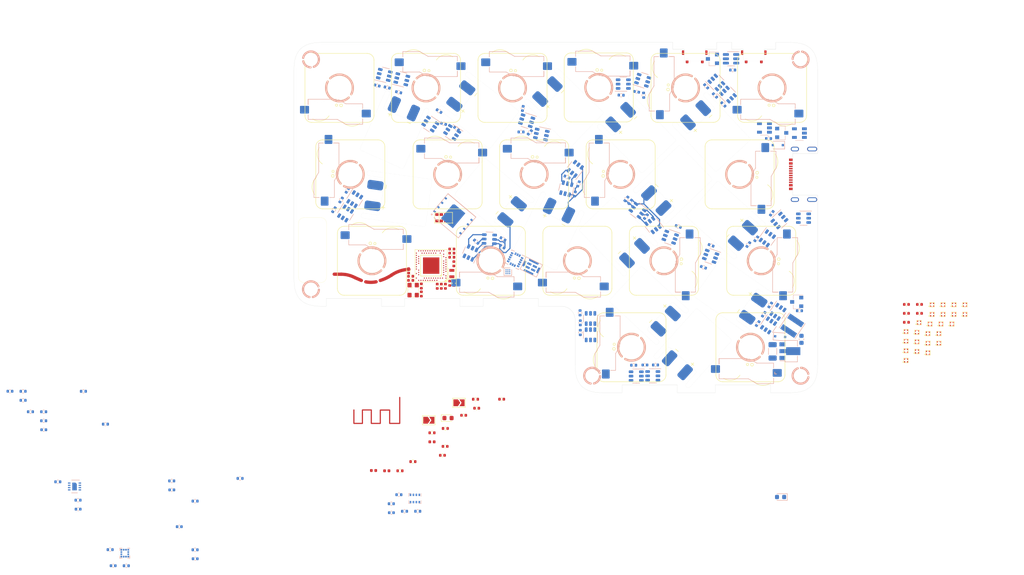
<source format=kicad_pcb>
(kicad_pcb (version 20211014) (generator pcbnew)
  (layers (0 "F.Cu" signal) (1 "In1.Cu" signal) (2 "In2.Cu" signal) (31 "B.Cu" signal) (34 "B.Paste" user) (35 "F.Paste" user) (36 "B.SilkS" user "B.Silkscreen") (37 "F.SilkS" user "F.Silkscreen") (38 "B.Mask" user) (39 "F.Mask" user) (44 "Edge.Cuts" user))
  (net 0 "")
  (net 1 "B1-")
  (net 2 "B+")
  (net 3 "B2-")
  (net 4 "B3-")
  (net 5 "B4-")
  (net 6 "B6-")
  (net 7 "B7-")
  (net 8 "B8-")
  (net 9 "B10-")
  (net 10 "B11-")
  (net 11 "B12-")
  (net 12 "GND")
  (net 13 "/MCU/RESET PIN")
  (net 16 "Net-(AE1-Pad1)")
  (net 17 "/MCU/P0.29")
  (net 18 "/MCU/P0.02")
  (net 19 "/MCU/P1.15")
  (net 20 "/MCU/P1.13")
  (net 21 "/MCU/P0.25")
  (net 22 "/MCU/P0.13")
  (net 23 "/MCU/P0.15")
  (net 24 "/MCU/P0.24")
  (net 25 "/MCU/P0.30")
  (net 26 "/MCU/P0.28")
  (net 27 "/MCU/P0.03")
  (net 28 "/MCU/P1.14")
  (net 29 "/MCU/P0.10")
  (net 30 "/MCU/P0.06")
  (net 31 "/MCU/P0.09")
  (net 32 "/MCU/P1.06")
  (net 33 "/MCU/P1.04")
  (net 34 "/MCU/P1.03")
  (net 35 "B5-")
  (net 36 "B9-")
  (net 37 "Net-(C1-Pad1)")
  (net 38 "Net-(C2-Pad1)")
  (net 39 "Net-(C3-Pad1)")
  (net 40 "Net-(C4-Pad1)")
  (net 41 "Net-(C5-Pad1)")
  (net 42 "Net-(C6-Pad1)")
  (net 43 "Net-(C7-Pad1)")
  (net 44 "Net-(C8-Pad1)")
  (net 45 "Net-(C9-Pad1)")
  (net 46 "Net-(C10-Pad1)")
  (net 47 "Net-(C11-Pad1)")
  (net 48 "Net-(C12-Pad1)")
  (net 49 "/LEDLane/Led_Vin")
  (net 50 "VBUS")
  (net 51 "B14-")
  (net 52 "B13-")
  (net 53 "SCL")
  (net 54 "Net-(C13-Pad1)")
  (net 55 "Net-(C14-Pad1)")
  (net 56 "Net-(C22-Pad1)")
  (net 57 "Net-(C23-Pad1)")
  (net 58 "Net-(C34-Pad2)")
  (net 59 "Net-(C26-Pad2)")
  (net 60 "Net-(C36-Pad2)")
  (net 61 "Net-(C27-Pad2)")
  (net 62 "/Filter&Reg/VBAT")
  (net 63 "Net-(C29-Pad1)")
  (net 64 "Net-(D1-Pad1)")
  (net 65 "Net-(D2-Pad1)")
  (net 66 "Net-(D2-Pad2)")
  (net 67 "Net-(D3-Pad2)")
  (net 68 "Net-(D4-Pad1)")
  (net 69 "CC1")
  (net 70 "Net-(J1-PadA6)")
  (net 71 "Net-(J1-PadA7)")
  (net 72 "CC2")
  (net 74 "Net-(JP1-Pad1)")
  (net 75 "Net-(JP1-Pad2)")
  (net 76 "Net-(JP2-Pad1)")
  (net 77 "Net-(L1-Pad2)")
  (net 78 "Net-(L2-Pad2)")
  (net 79 "Net-(Q2-Pad1)")
  (net 81 "GND1")
  (net 82 "Net-(Q11-Pad3)")
  (net 84 "Net-(Q11-Pad1)")
  (net 86 "Net-(Q12-Pad3)")
  (net 88 "Net-(Q12-Pad1)")
  (net 90 "Net-(Q13-Pad3)")
  (net 92 "Net-(Q13-Pad1)")
  (net 94 "Net-(Q14-Pad3)")
  (net 96 "Net-(Q14-Pad1)")
  (net 98 "Net-(Q15-Pad3)")
  (net 100 "Net-(Q15-Pad1)")
  (net 102 "Net-(Q16-Pad3)")
  (net 104 "Net-(Q16-Pad1)")
  (net 106 "Net-(Q17-Pad3)")
  (net 108 "Net-(Q17-Pad1)")
  (net 110 "Net-(Q10-Pad4)")
  (net 112 "Net-(Q10-Pad6)")
  (net 113 "Net-(Q11-Pad2)")
  (net 115 "Net-(Q12-Pad2)")
  (net 117 "Net-(Q13-Pad2)")
  (net 119 "Net-(Q14-Pad2)")
  (net 121 "Net-(Q15-Pad2)")
  (net 123 "Net-(Q16-Pad2)")
  (net 125 "Net-(Q17-Pad2)")
  (net 127 "Net-(Q18-Pad2)")
  (net 130 "Net-(Q19-Pad4)")
  (net 132 "Net-(Q19-Pad6)")
  (net 134 "Net-(Q20-Pad4)")
  (net 136 "Net-(Q20-Pad6)")
  (net 138 "Net-(Q21-Pad4)")
  (net 140 "Net-(Q21-Pad6)")
  (net 142 "Net-(Q22-Pad4)")
  (net 144 "Net-(Q22-Pad6)")
  (net 145 "Net-(Q23-Pad2)")
  (net 147 "Net-(Q24-Pad2)")
  (net 149 "Net-(Q25-Pad2)")
  (net 151 "Net-(Q26-Pad2)")
  (net 153 "/ExtVcc/GND_EN")
  (net 154 "/LEDLane/Led_Ground")
  (net 155 "/MCU/BatOffPin")
  (net 156 "SDA")
  (net 157 "/FuelGauge/BatteryPin")
  (net 158 "Net-(C35-Pad2)")
  (net 159 "Net-(C37-Pad2)")
  (net 160 "Net-(C38-Pad1)")
  (net 161 "Net-(C39-Pad2)")
  (net 162 "/Gyro/Gyro_Interupt")
  (net 163 "/BAROMETRIC/CSB")
  (net 164 "/BAROMETRIC/SDO")
  (net 165 "/LIGHT/APDS_IRQ")
  (net 168 "Net-(U2-Pad3)")
  (net 170 "Net-(U4-Pad4)")
  (net 171 "Net-(U5-Pad4)")
  (net 172 "Net-(U6-Pad4)")
  (net 173 "Net-(U7-Pad4)")
  (net 174 "Net-(U8-Pad4)")
  (net 175 "Net-(U10-Pad1)")
  (net 176 "Net-(U10-Pad4)")
  (net 177 "Net-(U11-Pad4)")
  (net 178 "Net-(U12-Pad4)")
  (net 179 "Net-(U13-Pad4)")
  (net 180 "Net-(U14-Pad4)")
  (net 181 "Net-(U15-Pad4)")
  (net 182 "Net-(U16-Pad4)")
  (net 183 "Net-(U17-Pad4)")
  (net 184 "Net-(U18-Pad4)")
  (net 185 "Net-(U19-Pad4)")
  (net 186 "Net-(U20-Pad4)")
  (net 187 "Net-(U21-Pad4)")
  (net 188 "Net-(U22-Pad4)")
  (net 189 "Net-(U23-Pad4)")
  (net 190 "Net-(U24-Pad4)")
  (net 191 "Net-(U25-Pad4)")
  (net 192 "Net-(U26-Pad4)")
  (net 193 "/LEDLane/DIN")
  (net 194 "/MCU/D+")
  (net 195 "/MCU/D-")
  (net 196 "/MCU/P0.31")
  (net 198 "/MCU/SWC")
  (net 199 "DCCH")
  (net 200 "/MCU/P0.14")
  (net 201 "/MCU/P0.16")
  (net 202 "/FLASH/QSPI_SCK")
  (net 203 "/FLASH/QSPI_DATA3")
  (net 204 "/FLASH/QSPI_DATA2")
  (net 205 "/MCU/SWD")
  (net 206 "/FLASH/QSPI_DATA0")
  (net 207 "/FLASH/QSPI_CS")
  (net 208 "/FLASH/QSPI_DATA1")
  (net 209 "/MCU/P1.12")
  (net 210 "/MCU/PDM_DAT")
  (net 211 "/MCU/PDM_CLK")
  (net 212 "PROG")
  (net 213 "/MCU/P0.07")
  (net 214 "/MCU/P0.08")
  (net 215 "/MCU/P1.07")
  (net 216 "/MCU/P0.05")
  (net 220 "Net-(U37-Pad3)")
  (net 224 "Net-(C41-Pad2)")
  (net 225 "Net-(C49-Pad1)")
  (net 227 "Net-(Q27-Pad4)")
  (net 229 "Net-(Q27-Pad6)")
  (net 231 "Net-(Q28-Pad4)")
  (net 233 "Net-(Q28-Pad6)")
  (net 234 "Net-(Q30-Pad2)")
  (net 236 "Net-(Q31-Pad2)")
  (net 238 "Net-(R43-Pad1)")
  (net 239 "Net-(R43-Pad2)")
  (net 240 "Net-(R44-Pad2)")
  (net 241 "Net-(R45-Pad1)")
  (net 242 "/BAROMETRIC/NRF_VDD")
  (footprint "Capacitor_SMD:C_0402_1005Metric" (layer "F.Cu") (at 127.284277 156.04)
    (fp_text reference "C34" hide)
    (fp_text value "820pF")
  )
  (footprint "Library:BatteryV2" (layer "F.Cu") (at 177.918309 88.578937 -136)
    (fp_text reference "B6" hide)
    (fp_text value "Battery")
    (fp_line (start 10.35 13.65) (end 10.35 0.2) (layer "Edge.Cuts") (width 0.01))
    (fp_line (start 9.95 -0.2) (end 0.2 -0.2) (layer "Edge.Cuts") (width 0.01))
    (fp_line (start 9.25 10.600002) (end 9.25 13.65) (layer "Edge.Cuts") (width 0.01))
    (fp_line (start 0.9 13.65) (end 0.900002 10.6) (layer "Edge.Cuts") (width 0.01))
    (fp_line (start -0.2 0.2) (end -0.2 13.65) (layer "Edge.Cuts") (width 0.01))
    (fp_line (start 8.85 10.200002) (end 1.300002 10.2) (layer "Edge.Cuts") (width 0.01))
    (fp_arc (start 0.9 13.65) (mid 0.35 14.2) (end -0.2 13.65) (layer "Edge.Cuts") (width 0.01))
    (fp_arc (start 0.900002 10.6) (mid 1.01716 10.317158) (end 1.300002 10.2) (layer "Edge.Cuts") (width 0.01))
    (fp_arc (start 8.85 10.200002) (mid 9.132842 10.31716) (end 9.25 10.600002) (layer "Edge.Cuts") (width 0.01))
    (fp_arc (start 9.95 -0.2) (mid 10.232843 -0.082843) (end 10.35 0.2) (layer "Edge.Cuts") (width 0.01))
    (fp_arc (start -0.2 0.2) (mid -0.082842 -0.082843) (end 0.2 -0.2) (layer "Edge.Cuts") (width 0.01))
    (fp_arc (start 10.35 13.65) (mid 9.8 14.2) (end 9.25 13.65) (layer "Edge.Cuts") (width 0.01))
  )
  (footprint "Library:GateronHotswap" (layer "F.Cu") (at 194.5125 134.188524)
    (fp_text reference "REF**" hide)
    (fp_text value "GateronHotswap")
  )
  (footprint "Library:Led-ARGB" (layer "F.Cu") (at 233.596428 131.19)
    (fp_text reference "U10" hide)
    (fp_text value "WS2812B_-_1010")
  )
  (footprint "Library:GateronHotswap" (layer "F.Cu") (at 104.025 77.038524)
    (fp_text reference "REF**" hide)
    (fp_text value "GateronHotswap")
  )
  (footprint "" (layer "F.Cu") (at 97.75 70.763524)
    (fp_text reference "")
    (fp_text value "")
  )
  (footprint "" (layer "F.Cu") (at 205.54995 70.763514 -90)
    (fp_text reference "")
    (fp_text value "")
  )
  (footprint "Library:Led-ARGB" (layer "F.Cu") (at 233.596428 133.31)
    (fp_text reference "U7" hide)
    (fp_text value "WS2812B_-_1010")
  )
  (footprint "Library:USB-C_C168688" (layer "F.Cu") (at 203.802725 96.088524 -90)
    (fp_text reference "J1" hide)
    (fp_text value "USB-C USB 2.0 MC-372")
  )
  (footprint "Inductor_SMD:L_0402_1005Metric" (layer "F.Cu") (at 114.434277 161.42)
    (fp_text reference "L3" hide)
    (fp_text value "3.9nH")
  )
  (footprint "Library:BatteryV2" (layer "F.Cu") (at 194.340207 88.380839 -137)
    (fp_text reference "B1" hide)
    (fp_text value "Battery")
    (fp_line (start 8.85 10.200002) (end 1.300002 10.2) (layer "Edge.Cuts") (width 0.01))
    (fp_line (start 10.35 13.65) (end 10.35 0.2) (layer "Edge.Cuts") (width 0.01))
    (fp_line (start 0.9 13.65) (end 0.900002 10.6) (layer "Edge.Cuts") (width 0.01))
    (fp_line (start -0.2 0.2) (end -0.2 13.65) (layer "Edge.Cuts") (width 0.01))
    (fp_line (start 9.25 10.600002) (end 9.25 13.65) (layer "Edge.Cuts") (width 0.01))
    (fp_line (start 9.95 -0.2) (end 0.2 -0.2) (layer "Edge.Cuts") (width 0.01))
    (fp_arc (start 8.85 10.200002) (mid 9.132842 10.31716) (end 9.25 10.600002) (layer "Edge.Cuts") (width 0.01))
    (fp_arc (start 0.900002 10.6) (mid 1.01716 10.317158) (end 1.300002 10.2) (layer "Edge.Cuts") (width 0.01))
    (fp_arc (start 9.95 -0.2) (mid 10.232843 -0.082843) (end 10.35 0.2) (layer "Edge.Cuts") (width 0.01))
    (fp_arc (start 0.9 13.65) (mid 0.35 14.2) (end -0.2 13.65) (layer "Edge.Cuts") (width 0.01))
    (fp_arc (start 10.35 13.65) (mid 9.8 14.2) (end 9.25 13.65) (layer "Edge.Cuts") (width 0.01))
    (fp_arc (start -0.2 0.2) (mid -0.082842 -0.082842) (end 0.2 -0.2) (layer "Edge.Cuts") (width 0.01))
  )
  (footprint "Library:Led-ARGB" (layer "F.Cu") (at 236.926428 126.95)
    (fp_text reference "U12" hide)
    (fp_text value "WS2812B_-_1010")
  )
  (footprint "Library:Led-ARGB" (layer "F.Cu") (at 228.776428 134.98)
    (fp_text reference "U16" hide)
    (fp_text value "WS2812B_-_1010")
  )
  (footprint "Library:Led-ARGB" (layer "F.Cu") (at 238.876428 129.07)
    (fp_text reference "U5" hide)
    (fp_text value "WS2812B_-_1010")
  )
  (footprint "Crystal:Crystal_SMD_2012-2Pin_2.0x1.2mm" (layer "F.Cu") (at 128.760541 117.95 90)
    (fp_text reference "X1" hide)
    (fp_text value "32.768 kHz")
  )
  (footprint "Capacitor_SMD:C_0402_1005Metric" (layer "F.Cu") (at 129.2 120.1 -90)
    (fp_text reference "C22" hide)
    (fp_text value "12pF")
  )
  (footprint "Capacitor_SMD:C_0402_1005Metric" (layer "F.Cu") (at 119.7 119.45)
    (fp_text reference "C37" hide)
    (fp_text value "12pF")
  )
  (footprint "Library:crystal 32mhz" (layer "F.Cu") (at 120.25 121.6 -90)
    (fp_text reference "X2" hide)
    (fp_text value "32MHZ")
  )
  (footprint "Library:GateronHotswap" (layer "F.Cu") (at 146.8875 96.088524 180)
    (fp_text reference "REF**" hide)
    (fp_text value "GateronHotswap")
  )
  (footprint "LED_SMD:LED_0603_1608Metric" (layer "F.Cu") (at 127.924277 149.8)
    (fp_text reference "D2" hide)
    (fp_text value "BLUE")
  )
  (footprint "Library:GateronHotswap" (layer "F.Cu") (at 142.125 77.038524 180)
    (fp_text reference "REF**" hide)
    (fp_text value "GateronHotswap")
  )
  (footprint "Library:AQFN-73-1EP_7x7mm_P0.5mm_NRF52840-custom" (layer "F.Cu") (at 124.210541 116.2 180)
    (fp_text reference "U30" hide)
    (fp_text value "nRF52840_aQFN73")
  )
  (footprint "Capacitor_SMD:C_0402_1005Metric" (layer "F.Cu") (at 128.760541 114.35 180)
    (fp_text reference "C24" hide)
    (fp_text value "4.7uF")
  )
  (footprint "Resistor_SMD:R_0402_1005Metric" (layer "F.Cu") (at 117.344277 161.42)
    (fp_text reference "R37" hide)
    (fp_text value "4.7K")
  )
  (footprint "Library:Button" (layer "F.Cu") (at 182.245953 71.013525)
    (fp_text reference "U1" hide)
    (fp_text value "Button")
    (fp_line (start -2.32 0) (end -2.32 -2.25) (layer "Edge.Cuts") (width 0.01))
    (fp_line (start 2.32 0) (end -2.32 0) (layer "Edge.Cuts") (width 0.01))
    (fp_line (start 2.32 0) (end 2.32 -2.25) (layer "Edge.Cuts") (width 0.01))
  )
  (footprint "Library:Led-ARGB" (layer "F.Cu") (at 228.776428 130.74)
    (fp_text reference "U20" hide)
    (fp_text value "WS2812B_-_1010")
  )
  (footprint "Library:GateronHotswap" (layer "F.Cu") (at 199.275 77.038524)
    (fp_text reference "REF**" hide)
    (fp_text value "GateronHotswap")
  )
  (footprint "Library:Led-ARGB" (layer "F.Cu") (at 236.466428 129.07)
    (fp_text reference "U21" hide)
    (fp_text value "WS2812B_-_1010")
  )
  (footprint "Capacitor_SMD:C_0402_1005Metric" (layer "F.Cu") (at 231.731428 126.725)
    (fp_text reference "C18" hide)
    (fp_text value "100nF")
  )
  (footprint "Capacitor_SMD:C_0402_1005Metric" (layer "F.Cu") (at 119.25 117.35 90)
    (fp_text reference "C35" hide)
    (fp_text value "1pF")
  )
  (footprint "Capacitor_SMD:C_0402_1005Metric" (layer "F.Cu") (at 122.05 120.7 90)
    (fp_text reference "C32" hide)
    (fp_text value "100nF")
  )
  (footprint "Library:BatteryV2" (layer "F.Cu") (at 180.55 105.3 48)
    (fp_text reference "B7" hide)
    (fp_text value "Battery")
    (fp_line (start -0.2 0.2) (end -0.2 13.65) (layer "Edge.Cuts") (width 0.01))
    (fp_line (start 9.95 -0.2) (end 0.2 -0.2) (layer "Edge.Cuts") (width 0.01))
    (fp_line (start 0.9 13.65) (end 0.900002 10.6) (layer "Edge.Cuts") (width 0.01))
    (fp_line (start 8.85 10.200002) (end 1.300002 10.2) (layer "Edge.Cuts") (width 0.01))
    (fp_line (start 10.35 13.65) (end 10.35 0.2) (layer "Edge.Cuts") (width 0.01))
    (fp_line (start 9.25 10.600002) (end 9.25 13.65) (layer "Edge.Cuts") (width 0.01))
    (fp_arc (start 0.900002 10.6) (mid 1.01716 10.317158) (end 1.300002 10.2) (layer "Edge.Cuts") (width 0.01))
    (fp_arc (start 8.85 10.200002) (mid 9.132842 10.31716) (end 9.25 10.600002) (layer "Edge.Cuts") (width 0.01))
    (fp_arc (start 9.95 -0.2) (mid 10.232843 -0.082843) (end 10.35 0.2) (layer "Edge.Cuts") (width 0.01))
    (fp_arc (start 0.9 13.65) (mid 0.35 14.2) (end -0.2 13.65) (layer "Edge.Cuts") (width 0.01))
    (fp_arc (start -0.2 0.2) (mid -0.082842 -0.082842) (end 0.2 -0.2) (layer "Edge.Cuts") (width 0.01))
    (fp_arc (start 10.35 13.65) (mid 9.8 14.2) (end 9.25 13.65) (layer "Edge.Cuts") (width 0.01))
  )
  (footprint "Library:Led-ARGB" (layer "F.Cu") (at 234.516428 124.83)
    (fp_text reference "U23" hide)
    (fp_text value "WS2812B_-_1010")
  )
  (footprint "Library:GateronHotswap" (layer "F.Cu") (at 168.31875 134.188524 -90)
    (fp_text reference "REF**" hide)
    (fp_text value "GateronHotswap")
  )
  (footprint "Library:APDS-9960" (layer "F.Cu") (at 126.935 105.65 -90)
    (fp_text reference "U37" hide)
    (fp_text value "APDS-9960")
  )
  (footprint "Library:BatteryV2" (layer "F.Cu") (at 182.681534 125.846797 -42)
    (fp_text reference "B11" hide)
    (fp_text value "Battery")
    (fp_line (start 8.85 10.200002) (end 1.300002 10.2) (layer "Edge.Cuts") (width 0.01))
    (fp_line (start 9.95 -0.2) (end 0.2 -0.2) (layer "Edge.Cuts") (width 0.01))
    (fp_line (start 9.25 10.600002) (end 9.25 13.65) (layer "Edge.Cuts") (width 0.01))
    (fp_line (start 10.35 13.65) (end 10.35 0.2) (layer "Edge.Cuts") (width 0.01))
    (fp_line (start -0.2 0.2) (end -0.2 13.65) (layer "Edge.Cuts") (width 0.01))
    (fp_line (start 0.9 13.65) (end 0.900002 10.6) (layer "Edge.Cuts") (width 0.01))
    (fp_arc (start -0.2 0.2) (mid -0.082842 -0.082842) (end 0.2 -0.2) (layer "Edge.Cuts") (width 0.01))
    (fp_arc (start 9.95 -0.2) (mid 10.232843 -0.082843) (end 10.35 0.2) (layer "Edge.Cuts") (width 0.01))
    (fp_arc (start 0.9 13.65) (mid 0.35 14.2) (end -0.2 13.65) (layer "Edge.Cuts") (width 0.01))
    (fp_arc (start 10.35 13.65) (mid 9.8 14.2) (end 9.25 13.65) (layer "Edge.Cuts") (width 0.01))
    (fp_arc (start 8.85 10.200002) (mid 9.132842 10.31716) (end 9.25 10.600002) (layer "Edge.Cuts") (width 0.01))
    (fp_arc (start 0.900002 10.6) (mid 1.01716 10.317158) (end 1.300002 10.2) (layer "Edge.Cuts") (width 0.01))
  )
  (footprint "Library:Led-ARGB" (layer "F.Cu") (at 231.186428 133.01)
    (fp_text reference "U6" hide)
    (fp_text value "WS2812B_-_1010")
  )
  (footprint "Library:2.4GHz-meander-antenna-v2" (layer "F.Cu") (at 117.289506 145.25)
    (fp_text reference "AE1" hide)
    (fp_text value "Antenna" hide)
  )
  (footprint "Library:BatteryV2" (layer "F.Cu") (at 124.193029 97.388894 -98)
    (fp_text reference "B13" hide)
    (fp_text value "Battery")
    (fp_line (start 9.25 10.600002) (end 9.25 13.65) (layer "Edge.Cuts") (width 0.01))
    (fp_line (start 0.9 13.65) (end 0.900002 10.6) (layer "Edge.Cuts") (width 0.01))
    (fp_line (start 10.35 13.65) (end 10.35 0.2) (layer "Edge.Cuts") (width 0.01))
    (fp_line (start 8.85 10.200002) (end 1.300002 10.2) (layer "Edge.Cuts") (width 0.01))
    (fp_line (start 9.95 -0.2) (end 0.2 -0.2) (layer "Edge.Cuts") (width 0.01))
    (fp_line (start -0.2 0.2) (end -0.2 13.65) (layer "Edge.Cuts") (width 0.01))
    (fp_arc (start -0.2 0.2) (mid -0.082842 -0.082842) (end 0.2 -0.2) (layer "Edge.Cuts") (width 0.01))
    (fp_arc (start 0.900002 10.6) (mid 1.01716 10.317158) (end 1.300002 10.2) (layer "Edge.Cuts") (width 0.01))
    (fp_arc (start 10.35 13.65) (mid 9.799999 14.2) (end 9.25 13.65) (layer "Edge.Cuts") (width 0.01))
    (fp_arc (start 8.85 10.200002) (mid 9.132842 10.31716) (end 9.25 10.600002) (layer "Edge.Cuts") (width 0.01))
    (fp_arc (start 9.95 -0.2) (mid 10.232842 -0.082842) (end 10.35 0.2) (layer "Edge.Cuts") (width 0.01))
    (fp_arc (start 0.9 13.65) (mid 0.35 14.2) (end -0.2 13.65) (layer "Edge.Cuts") (width 0.01))
  )
  (footprint "Jumper:SolderJumper-2_P1.3mm_Open_TrianglePad1.0x1.5mm" (layer "F.Cu") (at 123.704277 150.28)
    (fp_text reference "JP1" hide)
    (fp_text value "SolderJumper_2_Open")
  )
  (footprint "Capacitor_SMD:C_0402_1005Metric" (layer "F.Cu") (at 228.861428 126.725)
    (fp_text reference "C20" hide)
    (fp_text value "100nF")
  )
  (footprint "Library:GateronHotswap" (layer "F.Cu") (at 196.893751 115.138524 90)
    (fp_text reference "REF**" hide)
    (fp_text value "GateronHotswap")
  )
  (footprint "Library:Led-ARGB" (layer "F.Cu") (at 234.056428 129.07)
    (fp_text reference "U17" hide)
    (fp_text value "WS2812B_-_1010")
  )
  (footprint "Library:Led-ARGB" (layer "F.Cu") (at 231.646428 128.77)
    (fp_text reference "U27" hide)
    (fp_text value "WS2812B_-_1010")
  )
  (footprint "Library:GateronHotswap" (layer "F.Cu") (at 137.3625 115.138524)
    (fp_text reference "REF**" hide)
    (fp_text value "GateronHotswap")
  )
  (footprint "Jumper:SolderJumper-2_P1.3mm_Open_TrianglePad1.0x1.5mm" (layer "F.Cu") (at 130.344277 146.43)
    (fp_text reference "JP2" hide)
    (fp_text value "SolderJumper_2_Open")
  )
  (footprint "Library:ConicCorner" (layer "F.Cu") (at 207.299949 67.013524)
    (fp_text reference "REF**" hide)
    (fp_text value "ConicCorner" hide)
    (fp_line (start 0.685007 1.565378) (end 0.56 1.44) (layer "Edge.Cuts") (width 0.03))
    (fp_line (start -3.109557 0.029585) (end -3.326097 0.014735) (layer "Edge.Cuts") (width 0.03))
    (fp_line (start -2.476649 0.094994) (end -2.684833 0.069714) (layer "Edge.Cuts") (width 0.03))
    (fp_line (start 0.685007 1.565378) (end 0.803113 1.697657) (layer "Edge.Cuts") (width 0.03))
    (fp_line (start 1.589742 3.127744) (end 1.650704 3.30803) (layer "Edge.Cuts") (width 0.03))
    (fp_line (start -0.608282 0.620207) (end -0.77787 0.545713) (layer "Edge.Cuts") (width 0.03))
    (fp_line (start 0.434993 1.314622) (end 0.302343 1.196887) (layer "Edge.Cuts") (width 0.03))
    (fp_line (start 0.434993 1.314622) (end 0.56 1.44) (layer "Edge.Cuts") (width 0.03))
    (fp_line (start -1.127744 0.410258) (end -1.30803 0.349296) (layer "Edge.Cuts") (width 0.03))
    (fp_line (start 1.905006 4.476649) (end 1.930286 4.684833) (layer "Edge.Cuts") (width 0.03))
    (fp_line (start 1.970415 5.109557) (end 1.985265 5.326097) (layer "Edge.Cuts") (width 0.03))
    (fp_line (start 1.38 2.61) (end 1.454287 2.77787) (layer "Edge.Cuts") (width 0.03))
    (fp_curve (pts (xy 1.113416 2.13435) (xy 1.209506 2.286225) (xy 1.298275 2.444307) (xy 1.379793 2.608282)) (layer "Edge.Cuts") (width 0.03))
    (fp_curve (pts (xy -4 0) (xy -3.771346 0) (xy -3.546712 0.004911) (xy -3.326097 0.014735)) (layer "Edge.Cuts") (width 0.03))
    (fp_curve (pts (xy -0.608282 0.620207) (xy -0.444307 0.701725) (xy -0.286225 0.790494) (xy -0.13435 0.886584)) (layer "Edge.Cuts") (width 0.03))
    (fp_curve (pts (xy 1.650704 3.30803) (xy 1.705157 3.493399) (xy 1.753391 3.683603) (xy 1.795683 3.87844)) (layer "Edge.Cuts") (width 0.03))
    (fp_curve (pts (xy 1.985265 5.326097) (xy 1.995089 5.546712) (xy 2 5.771346) (xy 2 6)) (layer "Edge.Cuts") (width 0.03))
    (fp_curve (pts (xy 1.795683 3.87844) (xy 1.837975 4.073277) (xy 1.874324 4.272747) (xy 1.905006 4.476649)) (layer "Edge.Cuts") (width 0.03))
    (fp_curve (pts (xy -0.13435 0.886584) (xy 0.017526 0.982674) (xy 0.163194 1.086085) (xy 0.302343 1.196887)) (layer "Edge.Cuts") (width 0.03))
    (fp_curve (pts (xy 0.803113 1.697657) (xy 0.913915 1.836806) (xy 1.017326 1.982474) (xy 1.113416 2.13435)) (layer "Edge.Cuts") (width 0.03))
    (fp_curve (pts (xy 1.454287 2.77787) (xy 1.522015 2.952807) (xy 1.522015 2.952807) (xy 1.589742 3.127744)) (layer "Edge.Cuts") (width 0.03))
    (fp_curve (pts (xy -1.127744 0.410258) (xy -0.952807 0.477985) (xy -0.952807 0.477985) (xy -0.77787 0.545713)) (layer "Edge.Cuts") (width 0.03))
    (fp_curve (pts (xy -2.476649 0.094994) (xy -2.272747 0.125676) (xy -2.073277 0.162025) (xy -1.87844 0.204317)) (layer "Edge.Cuts") (width 0.03))
    (fp_curve (pts (xy 1.930286 4.684833) (xy 1.95035 4.897195) (xy 1.95035 4.897195) (xy 1.970415 5.109557)) (layer "Edge.Cuts") (width 0.03))
    (fp_curve (pts (xy -3.109557 0.029585) (xy -2.897195 0.04965) (xy -2.897195 0.04965) (xy -2.684833 0.069714)) (layer "Edge.Cuts") (width 0.03))
    (fp_curve (pts (xy -1.87844 0.204317) (xy -1.683603 0.246609) (xy -1.493399 0.294843) (xy -1.30803 0.349296)) (layer "Edge.Cuts") (width 0.03))
  )
  (footprint "Resistor_SMD:R_0402_1005Metric" (layer "F.Cu") (at 120.194277 159.4)
    (fp_text reference "R39" hide)
    (fp_text value "0R")
  )
  (footprint "Library:Led-ARGB" (layer "F.Cu") (at 241.746428 124.83)
    (fp_text reference "U13" hide)
    (fp_text value "WS2812B_-_1010")
  )
  (footprint "Library:Led-ARGB" (layer "F.Cu") (at 231.186428 135.13)
    (fp_text reference "U9" hide)
    (fp_text value "WS2812B_-_1010")
  )
  (footprint "Library:Led-ARGB" (layer "F.Cu") (at 236.926428 124.83)
    (fp_text reference "U22" hide)
    (fp_text value "WS2812B_-_1010")
  )
  (footprint "Library:BatteryV2" (layer "F.Cu") (at 129.575 100.525 50)
    (fp_text reference "B14" hide)
    (fp_text value "Battery")
    (fp_line (start 9.25 10.600002) (end 9.25 13.65) (layer "Edge.Cuts") (width 0.01))
    (fp_line (start 8.85 10.200002) (end 1.300002 10.2) (layer "Edge.Cuts") (width 0.01))
    (fp_line (start 0.9 13.65) (end 0.900002 10.6) (layer "Edge.Cuts") (width 0.01))
    (fp_line (start -0.2 0.2) (end -0.2 13.65) (layer "Edge.Cuts") (width 0.01))
    (fp_line (start 9.95 -0.2) (end 0.2 -0.2) (layer "Edge.Cuts") (width 0.01))
    (fp_line (start 10.35 13.65) (end 10.35 0.2) (layer "Edge.Cuts") (width 0.01))
    (fp_arc (start 10.35 13.65) (mid 9.8 14.2) (end 9.25 13.65) (layer "Edge.Cuts") (width 0.01))
    (fp_arc (start 0.9 13.65) (mid 0.35 14.2) (end -0.2 13.65) (layer "Edge.Cuts") (width 0.01))
    (fp_arc (start -0.2 0.2) (mid -0.082842 -0.082842) (end 0.2 -0.2) (layer "Edge.Cuts") (width 0.01))
    (fp_arc (start 8.85 10.200002) (mid 9.132843 10.31716) (end 9.25 10.600002) (layer "Edge.Cuts") (width 0.01))
    (fp_arc (start 0.900002 10.6) (mid 1.01716 10.317158) (end 1.300002 10.2) (layer "Edge.Cuts") (width 0.01))
    (fp_arc (start 9.95 -0.2) (mid 10.232842 -0.082842) (end 10.35 0.2) (layer "Edge.Cuts") (width 0.01))
  )
  (footprint "Capacitor_SMD:C_0402_1005Metric" (layer "F.Cu") (at 228.861428 124.755)
    (fp_text reference "C17" hide)
    (fp_text value "100nF")
  )
  (footprint "Capacitor_SMD:C_0402_1005Metric" (layer "F.Cu") (at 127.35 120.75 90)
    (fp_text reference "C28" hide)
    (fp_text value "1uF")
  )
  (footprint "" (layer "F.Cu") (at 205.549957 140.463525 180)
    (fp_text reference "")
    (fp_text value "")
  )
  (footprint "Resistor_SMD:R_0402_1005Metric" (layer "F.Cu") (at 124.394277 153.05)
    (fp_text reference "R36" hide)
    (fp_text value "4.7K")
  )
  (footprint "Library:BatteryV2" (layer "F.Cu") (at 178.878938 89.881692 -46)
    (fp_text reference "B5" hide)
    (fp_text value "Battery")
    (fp_line (start 9.95 -0.2) (end 0.2 -0.2) (layer "Edge.Cuts") (width 0.01))
    (fp_line (start 9.25 10.600002) (end 9.25 13.65) (layer "Edge.Cuts") (width 0.01))
    (fp_line (start -0.2 0.2) (end -0.2 13.65) (layer "Edge.Cuts") (width 0.01))
    (fp_line (start 10.35 13.65) (end 10.35 0.2) (layer "Edge.Cuts") (width 0.01))
    (fp_line (start 0.9 13.65) (end 0.900002 10.6) (layer "Edge.Cuts") (width 0.01))
    (fp_line (start 8.85 10.200002) (end 1.300002 10.2) (layer "Edge.Cuts") (width 0.01))
    (fp_arc (start 9.95 -0.2) (mid 10.232842 -0.082842) (end 10.35 0.2) (layer "Edge.Cuts") (width 0.01))
    (fp_arc (start 0.9 13.65) (mid 0.35 14.2) (end -0.2 13.65) (layer "Edge.Cuts") (width 0.01))
    (fp_arc (start 0.900002 10.6) (mid 1.01716 10.317158) (end 1.300002 10.2) (layer "Edge.Cuts") (width 0.01))
    (fp_arc (start -0.2 0.2) (mid -0.082842 -0.082843) (end 0.2 -0.2) (layer "Edge.Cuts") (width 0.01))
    (fp_arc (start 8.85 10.200002) (mid 9.132842 10.31716) (end 9.25 10.600002) (layer "Edge.Cuts") (width 0.01))
    (fp_arc (start 10.35 13.65) (mid 9.8 14.2) (end 9.25 13.65) (layer "Edge.Cuts") (width 0.01))
  )
  (footprint "Resistor_SMD:R_0402_1005Metric" (layer "F.Cu") (at 127.334277 152.09)
    (fp_text reference "R38" hide)
    (fp_text value "1K")
  )
  (footprint "Inductor_SMD:L_0402_1005Metric" (layer "F.Cu") (at 111.524277 161.355)
    (fp_text reference "L1" hide)
    (fp_text value "15nH")
  )
  (footprint "Library:Led-ARGB" (layer "F.Cu") (at 236.006428 133.31)
    (fp_text reference "U24" hide)
    (fp_text value "WS2812B_-_1010")
  )
  (footprint "Library:BatteryV2" (layer "F.Cu") (at 117.952058 94.664884 156)
    (fp_text reference "B2" hide)
    (fp_text value "Battery")
    (fp_line (start -0.2 0.2) (end -0.2 13.65) (layer "Edge.Cuts") (width 0.01))
    (fp_line (start 9.25 10.600002) (end 9.25 13.65) (layer "Edge.Cuts") (width 0.01))
    (fp_line (start 8.85 10.200002) (end 1.300002 10.2) (layer "Edge.Cuts") (width 0.01))
    (fp_line (start 0.9 13.65) (end 0.900002 10.6) (layer "Edge.Cuts") (width 0.01))
    (fp_line (start 9.95 -0.2) (end 0.2 -0.2) (layer "Edge.Cuts") (width 0.01))
    (fp_line (start 10.35 13.65) (end 10.35 0.2) (layer "Edge.Cuts") (width 0.01))
    (fp_arc (start 10.35 13.65) (mid 9.8 14.2) (end 9.25 13.65) (layer "Edge.Cuts") (width 0.01))
    (fp_arc (start 0.9 13.65) (mid 0.35 14.2) (end -0.2 13.65) (layer "Edge.Cuts") (width 0.01))
    (fp_arc (start 8.85 10.200002) (mid 9.132843 10.31716) (end 9.25 10.600002) (layer "Edge.Cuts") (width 0.01))
    (fp_arc (start 9.95 -0.2) (mid 10.232843 -0.082843) (end 10.35 0.2) (layer "Edge.Cuts") (width 0.01))
    (fp_arc (start 0.900002 10.6) (mid 1.01716 10.317158) (end 1.300002 10.2) (layer "Edge.Cuts") (width 0.01))
    (fp_arc (start -0.2 0.2) (mid -0.082842 -0.082842) (end 0.2 -0.2) (layer "Edge.Cuts") (width 0.01))
  )
  (footprint "Library:BatteryV2" (layer "F.Cu") (at 151.656124 117.070582 154)
    (fp_text reference "B9" hide)
    (fp_text value "Battery")
    (fp_line (start -0.2 0.2) (end -0.2 13.65) (layer "Edge.Cuts") (width 0.01))
    (fp_line (start 9.95 -0.2) (end 0.2 -0.2) (layer "Edge.Cuts") (width 0.01))
    (fp_line (start 0.9 13.65) (end 0.900002 10.6) (layer "Edge.Cuts") (width 0.01))
    (fp_line (start 8.85 10.200002) (end 1.300002 10.2) (layer "Edge.Cuts") (width 0.01))
    (fp_line (start 10.35 13.65) (end 10.35 0.2) (layer "Edge.Cuts") (width 0.01))
    (fp_line (start 9.25 10.600002) (end 9.25 13.65) (layer "Edge.Cuts") (width 0.01))
    (fp_arc (start -0.2 0.2) (mid -0.082842 -0.082842) (end 0.2 -0.2) (layer "Edge.Cuts") (width 0.01))
    (fp_arc (start 0.900002 10.6) (mid 1.01716 10.317158) (end 1.300002 10.2) (layer "Edge.Cuts") (width 0.01))
    (fp_arc (start 8.85 10.200002) (mid 9.132842 10.31716) (end 9.25 10.600002) (layer "Edge.Cuts") (width 0.01))
    (fp_arc (start 9.95 -0.2) (mid 10.232842 -0.082842) (end 10.35 0.2) (layer "Edge.Cuts") (width 0.01))
    (fp_arc (start 0.9 13.65) (mid 0.35 14.2) (end -0.2 13.65) (layer "Edge.Cuts") (width 0.01))
    (fp_arc (start 10.35 13.65) (mid 9.8 14.2) (end 9.25 13.65) (layer "Edge.Cuts") (width 0.01))
  )
  (footprint "Capacitor_SMD:C_0402_1005Metric" (layer "F.Cu") (at 228.861428 128.695)
    (fp_text reference "C19" hide)
    (fp_text value "100nF")
  )
  (footprint "Library:GateronHotswap" (layer "F.Cu") (at 175.462499 115.138524 90)
    (fp_text reference "REF**" hide)
    (fp_text value "GateronHotswap")
  )
  (footprint "Library:ConicCorner" (layer "F.Cu") (at 157.9125 144.213524 180)
    (fp_text reference "REF**" hide)
    (fp_text value "ConicCorner" hide)
    (fp_line (start -2.476649 0.094994) (end -2.684833 0.069714) (layer "Edge.Cuts") (width 0.03))
    (fp_line (start 1.38 2.61) (end 1.454287 2.77787) (layer "Edge.Cuts") (width 0.03))
    (fp_line (start 0.434993 1.314622) (end 0.302343 1.196887) (layer "Edge.Cuts") (width 0.03))
    (fp_line (start 0.685007 1.565378) (end 0.56 1.44) (layer "Edge.Cuts") (width 0.03))
    (fp_line (start 1.905006 4.476649) (end 1.930286 4.684833) (layer "Edge.Cuts") (width 0.03))
    (fp_line (start -1.127744 0.410258) (end -1.30803 0.349296) (layer "Edge.Cuts") (width 0.03))
    (fp_line (start 0.685007 1.565378) (end 0.803113 1.697657) (layer "Edge.Cuts") (width 0.03))
    (fp_line (start 1.589742 3.127744) (end 1.650704 3.30803) (layer "Edge.Cuts") (width 0.03))
    (fp_line (start -3.109557 0.029585) (end -3.326097 0.014735) (layer "Edge.Cuts") (width 0.03))
    (fp_line (start -0.608282 0.620207) (end -0.77787 0.545713) (layer "Edge.Cuts") (width 0.03))
    (fp_line (start 0.434993 1.314622) (end 0.56 1.44) (layer "Edge.Cuts") (width 0.03))
    (fp_line (start 1.970415 5.109557) (end 1.985265 5.326097) (layer "Edge.Cuts") (width 0.03))
    (fp_curve (pts (xy 1.795683 3.87844) (xy 1.837975 4.073277) (xy 1.874324 4.272747) (xy 1.905006 4.476649)) (layer "Edge.Cuts") (width 0.03))
    (fp_curve (pts (xy -0.13435 0.886584) (xy 0.017526 0.982674) (xy 0.163194 1.086085) (xy 0.302343 1.196887)) (layer "Edge.Cuts") (width 0.03))
    (fp_curve (pts (xy -1.87844 0.204317) (xy -1.683603 0.246609) (xy -1.493399 0.294843) (xy -1.30803 0.349296)) (layer "Edge.Cuts") (width 0.03))
    (fp_curve (pts (xy 1.930286 4.684833) (xy 1.95035 4.897195) (xy 1.95035 4.897195) (xy 1.970415 5.109557)) (layer "Edge.Cuts") (width 0.03))
    (fp_curve (pts (xy -4 0) (xy -3.771346 0) (xy -3.546712 0.004911) (xy -3.326097 0.014735)) (layer "Edge.Cuts") (width 0.03))
    (fp_curve (pts (xy -3.109557 0.029585) (xy -2.897195 0.04965) (xy -2.897195 0.04965) (xy -2.684833 0.069714)) (layer "Edge.Cuts") (width 0.03))
    (fp_curve (pts (xy -1.127744 0.410258) (xy -0.952807 0.477985) (xy -0.952807 0.477985) (xy -0.77787 0.545713)) (layer "Edge.Cuts") (width 0.03))
    (fp_curve (pts (xy 1.113416 2.13435) (xy 1.209506 2.286225) (xy 1.298275 2.444307) (xy 1.379793 2.608282)) (layer "Edge.Cuts") (width 0.03))
    (fp_curve (pts (xy 1.650704 3.30803) (xy 1.705157 3.493399) (xy 1.753391 3.683603) (xy 1.795683 3.87844)) (layer "Edge.Cuts") (width 0.03))
    (fp_curve (pts (xy 0.803113 1.697657) (xy 0.913915 1.836806) (xy 1.017326 1.982474) (xy 1.113416 2.13435)) (layer "Edge.Cuts") (width 0.03))
    (fp_curve (pts (xy 1.454287 2.77787) (xy 1.522015 2.952807) (xy 1.522015 2.952807) (xy 1.589742 3.127744)) (layer "Edge.Cuts") (width 0.03))
    (fp_curve (pts (xy -2.476649 0.094994) (xy -2.272747 0.125676) (xy -2.073277 0.162025) (xy -1.87844 0.204317)) (layer "Edge.Cuts") (width 0.03))
    (fp_curve (pts (xy 1.985265 5.326097) (xy 1.995089 5.546712) (xy 2 5.771346) (xy 2 6)) (layer "Edge.Cuts") (width 0.03))
    (fp_curve (pts (xy -0.608282 0.620207) (xy -0.444307 0.701725) (xy -0.286225 0.790494) (xy -0.13435 0.886584)) (layer "Edge.Cuts") (width 0.03))
  )
  (footprint "Capacitor_SMD:C_0402_1005Metric" (layer "F.Cu") (at 119.7 118.55 180)
    (fp_text reference "C38" hide)
    (fp_text value "100pF")
  )
  (footprint "Library:GateronHotswap" (layer "F.Cu") (at 123.075 77.038524 180)
    (fp_text reference "REF**" hide)
    (fp_text value "GateronHotswap")
  )
  (footprint "Capacitor_SMD:C_0402_1005Metric" (layer "F.Cu") (at 139.734277 145.64)
    (fp_text reference "C33" hide)
    (fp_text value "100nF")
  )
  (footprint "Library:Led-ARGB" (layer "F.Cu") (at 228.776428 137.1)
    (fp_text reference "U14" hide)
    (fp_text value "WS2812B_-_1010")
  )
  (footprint "Library:GateronHotswap" (layer "F.Cu") (at 165.9375 96.088524 -90)
    (fp_text reference "REF**" hide)
    (fp_text value "GateronHotswap")
  )
  (footprint "Library:BatteryV2" (layer "F.Cu") (at 182.396263 122.971617 55)
    (fp_text reference "B10" hide)
    (fp_text value "Battery")
    (fp_line (start 10.35 13.65) (end 10.35 0.2) (layer "Edge.Cuts") (width 0.01))
    (fp_line (start 9.25 10.600002) (end 9.25 13.65) (layer "Edge.Cuts") (width 0.01))
    (fp_line (start 0.9 13.65) (end 0.900002 10.6) (layer "Edge.Cuts") (width 0.01))
    (fp_line (start -0.2 0.2) (end -0.2 13.65) (layer "Edge.Cuts") (width 0.01))
    (fp_line (start 9.95 -0.2) (end 0.2 -0.2) (layer "Edge.Cuts") (width 0.01))
    (fp_line (start 8.85 10.200002) (end 1.300002 10.2) (layer "Edge.Cuts") (width 0.01))
    (fp_arc (start 8.85 10.200002) (mid 9.132842 10.31716) (end 9.25 10.600002) (layer "Edge.Cuts") (width 0.01))
    (fp_arc (start -0.2 0.2) (mid -0.082842 -0.082842) (end 0.2 -0.2) (layer "Edge.Cuts") (width 0.01))
    (fp_arc (start 9.95 -0.2) (mid 10.232843 -0.082842) (end 10.35 0.2) (layer "Edge.Cuts") (width 0.01))
    (fp_arc (start 0.9 13.65) (mid 0.35 14.2) (end -0.2 13.65) (layer "Edge.Cuts") (width 0.01))
    (fp_arc (start 0.900002 10.6) (mid 1.01716 10.317158) (end 1.300002 10.2) (layer "Edge.Cuts") (width 0.01))
    (fp_arc (start 10.35 13.65) (mid 9.800001 14.2) (end 9.25 13.65) (layer "Edge.Cuts") (width 0.01))
  )
  (footprint "Capacitor_SMD:C_0402_1005Metric" (layer "F.Cu") (at 129.210541 115.8 90)
    (fp_text reference "C23" hide)
    (fp_text value "12pF")
  )
  (footprint "Library:Led-ARGB" (layer "F.Cu") (at 228.776428 132.86)
    (fp_text reference "U11" hide)
    (fp_text value "WS2812B_-_1010")
  )
  (footprint "Library:Led-ARGB" (layer "F.Cu") (at 241.746428 126.95)
    (fp_text reference "U15" hide)
    (fp_text value "WS2812B_-_1010")
  )
  (footprint "Library:Led-ARGB" (layer "F.Cu") (at 239.336428 124.83)
    (fp_text reference "U8" hide)
    (fp_text value "WS2812B_-_1010")
  )
  (footprint "Capacitor_SMD:C_0402_1005Metric" (layer "F.Cu") (at 131.364277 149.19)
    (fp_text reference "C31" hide)
    (fp_text value "100nF")
  )
  (footprint "Library:Led-ARGB" (layer "F.Cu") (at 236.006428 131.19)
    (fp_text reference "U4" hide)
    (fp_text value "WS2812B_-_1010")
  )
  (footprint "Capacitor_SMD:C_0402_1005Metric" (layer "F.Cu") (at 125.55 120.75 -90)
    (fp_text reference "C29" hide)
    (fp_text value "1uF")
  )
  (footprint "Capacitor_SMD:C_0402_1005Metric" (layer "F.Cu") (at 122.05 122.45 -90)
    (fp_text reference "C36" hide)
    (fp_text value "12pF")
  )
  (footprint "Capacitor_SMD:C_0402_1005Metric" (layer "F.Cu") (at 128.760541 112.55 180)
    (fp_text reference "C27" hide)
    (fp_text value "4.7uF")
  )
  (footprint "" (layer "F.Cu") (at 97.75 121.413526 90)
    (fp_text reference "")
    (fp_text value "")
  )
  (footprint "Inductor_SMD:L_0402_1005Metric" (layer "F.Cu") (at 124.394277 155.04)
    (fp_text reference "L2" hide)
    (fp_text value "10uH")
  )
  (footprint "Library:GateronHotswap" (layer "F.Cu") (at 127.8375 96.088524 180)
    (fp_text reference "REF**" hide)
    (fp_text value "GateronHotswap")
  )
  (footprint "Resistor_SMD:R_0402_1005Metric" (layer "F.Cu") (at 133.974277 145.65)
    (fp_text reference "R35" hide)
    (fp_text value "5.1K")
  )
  (footprint "Capacitor_SMD:C_0402_1005Metric" (layer "F.Cu") (at 231.731428 124.755)
    (fp_text reference "C16" hide)
    (fp_text value "100nF")
  )
  (footprint "Library:Led-ARGB" (layer "F.Cu") (at 231.186428 130.89)
    (fp_text reference "U18" hide)
    (fp_text value "WS2812B_-_1010")
  )
  (footprint "Library:ConicCorner" (layer "F.Cu") (at 96 125.163524 180)
    (fp_text reference "REF**" hide)
    (fp_text value "ConicCorner" hide)
    (fp_line (start -3.109557 0.029585) (end -3.326097 0.014735) (layer "Edge.Cuts") (width 0.03))
    (fp_line (start -2.476649 0.094994) (end -2.684833 0.069714) (layer "Edge.Cuts") (width 0.03))
    (fp_line (start -1.127744 0.410258) (end -1.30803 0.349296) (layer "Edge.Cuts") (width 0.03))
    (fp_line (start 1.589742 3.127744) (end 1.650704 3.30803) (layer "Edge.Cuts") (width 0.03))
    (fp_line (start 1.905006 4.476649) (end 1.930286 4.684833) (layer "Edge.Cuts") (width 0.03))
    (fp_line (start 1.970415 5.109557) (end 1.985265 5.326097) (layer "Edge.Cuts") (width 0.03))
    (fp_line (start 0.685007 1.565378) (end 0.803113 1.697657) (layer "Edge.Cuts") (width 0.03))
    (fp_line (start 0.434993 1.314622) (end 0.302343 1.196887) (layer "Edge.Cuts") (width 0.03))
    (fp_line (start 0.434993 1.314622) (end 0.56 1.44) (layer "Edge.Cuts") (width 0.03))
    (fp_line (start 0.685007 1.565378) (end 0.56 1.44) (layer "Edge.Cuts") (width 0.03))
    (fp_line (start -0.608282 0.620207) (end -0.77787 0.545713) (layer "Edge.Cuts") (width 0.03))
    (fp_line (start 1.38 2.61) (end 1.454287 2.77787) (layer "Edge.Cuts") (width 0.03))
    (fp_curve (pts (xy -1.127744 0.410258) (xy -0.952807 0.477985) (xy -0.952807 0.477985) (xy -0.77787 0.545713)) (layer "Edge.Cuts") (width 0.03))
    (fp_curve (pts (xy -3.109557 0.029585) (xy -2.897195 0.04965) (xy -2.897195 0.04965) (xy -2.684833 0.069714)) (layer "Edge.Cuts") (width 0.03))
    (fp_curve (pts (xy 1.113416 2.13435) (xy 1.209506 2.286225) (xy 1.298275 2.444307) (xy 1.379793 2.608282)) (layer "Edge.Cuts") (width 0.03))
    (fp_curve (pts (xy 1.795683 3.87844) (xy 1.837975 4.073277) (xy 1.874324 4.272747) (xy 1.905006 4.476649)) (layer "Edge.Cuts") (width 0.03))
    (fp_curve (pts (xy -0.608282 0.620207) (xy -0.444307 0.701725) (xy -0.286225 0.790494) (xy -0.13435 0.886584)) (layer "Edge.Cuts") (width 0.03))
    (fp_curve (pts (xy 1.650704 3.30803) (xy 1.705157 3.493399) (xy 1.753391 3.683603) (xy 1.795683 3.87844)) (layer "Edge.Cuts") (width 0.03))
    (fp_curve (pts (xy -0.13435 0.886584) (xy 0.017526 0.982674) (xy 0.163194 1.086085) (xy 0.302343 1.196887)) (layer "Edge.Cuts") (width 0.03))
    (fp_curve (pts (xy 1.454287 2.77787) (xy 1.522015 2.952807) (xy 1.522015 2.952807) (xy 1.589742 3.127744)) (layer "Edge.Cuts") (width 0.03))
    (fp_curve (pts (xy -4 0) (xy -3.771346 0) (xy -3.546712 0.004911) (xy -3.326097 0.014735)) (layer "Edge.Cuts") (width 0.03))
    (fp_curve (pts (xy 0.803113 1.697657) (xy 0.913915 1.836806) (xy 1.017326 1.982474) (xy 1.113416 2.13435)) (layer "Edge.Cuts") (width 0.03))
    (fp_curve (pts (xy -2.476649 0.094994) (xy -2.272747 0.125676) (xy -2.073277 0.162025) (xy -1.87844 0.204317)) (layer "Edge.Cuts") (width 0.03))
    (fp_curve (pts (xy 1.985265 5.326097) (xy 1.995089 5.546712) (xy 2 5.771346) (xy 2 6)) (layer "Edge.Cuts") (width 0.03))
    (fp_curve (pts (xy -1.87844 0.204317) (xy -1.683603 0.246609) (xy -1.493399 0.294843) (xy -1.30803 0.349296)) (layer "Edge.Cuts") (width 0.03))
    (fp_curve (pts (xy 1.930286 4.684833) (xy 1.95035 4.897195) (xy 1.95035 4.897195) (xy 1.970415 5.109557)) (layer "Edge.Cuts") (width 0.03))
  )
  (footprint "Library:BatteryV2" (layer "F.Cu") (at 143.325 82.225 -128)
    (fp_text reference "B12" hide)
    (fp_text value "Battery")
    (fp_line (start 0.9 13.65) (end 0.900002 10.6) (layer "Edge.Cuts") (width 0.01))
    (fp_line (start 10.35 13.65) (end 10.35 0.2) (layer "Edge.Cuts") (width 0.01))
    (fp_line (start 8.85 10.200002) (end 1.300002 10.2) (layer "Edge.Cuts") (width 0.01))
    (fp_line (start 9.95 -0.2) (end 0.2 -0.2) (layer "Edge.Cuts") (width 0.01))
    (fp_line (start 9.25 10.600002) (end 9.25 13.65) (layer "Edge.Cuts") (width 0.01))
    (fp_line (start -0.2 0.2) (end -0.2 13.65) (layer "Edge.Cuts") (width 0.01))
    (fp_arc (start 0.900002 10.6) (mid 1.01716 10.317158) (end 1.300002 10.2) (layer "Edge.Cuts") (width 0.01))
    (fp_arc (start 10.35 13.65) (mid 9.8 14.2) (end 9.25 13.65) (layer "Edge.Cuts") (width 0.01))
    (fp_arc (start -0.2 0.2) (mid -0.082842 -0.082842) (end 0.2 -0.2) (layer "Edge.Cuts") (width 0.01))
    (fp_arc (start 0.9 13.65) (mid 0.35 14.2) (end -0.2 13.65) (layer "Edge.Cuts") (width 0.01))
    (fp_arc (start 9.95 -0.2) (mid 10.232843 -0.082843) (end 10.35 0.2) (layer "Edge.Cuts") (width 0.01))
    (fp_arc (start 8.85 10.200002) (mid 9.132842 10.31716) (end 9.25 10.600002) (layer "Edge.Cuts") (width 0.01))
  )
  (footprint "Library:Led-ARGB" (layer "F.Cu") (at 239.336428 126.95)
    (fp_text reference "U25" hide)
    (fp_text value "WS2812B_-_1010")
  )
  (footprint "Library:BatteryV2" (layer "F.Cu") (at 163.612634 123.971715 47)
    (fp_text reference "B4" hide)
    (fp_text value "Battery")
    (fp_line (start 10.35 13.65) (end 10.35 0.2) (layer "Edge.Cuts") (width 0.01))
    (fp_line (start 0.9 13.65) (end 0.900002 10.6) (layer "Edge.Cuts") (width 0.01))
    (fp_line (start 9.25 10.600002) (end 9.25 13.65) (layer "Edge.Cuts") (width 0.01))
    (fp_line (start -0.2 0.2) (end -0.2 13.65) (layer "Edge.Cuts") (width 0.01))
    (fp_line (start 9.95 -0.2) (end 0.2 -0.2) (layer "Edge.Cuts") (width 0.01))
    (fp_line (start 8.85 10.200002) (end 1.300002 10.2) (layer "Edge.Cuts") (width 0.01))
    (fp_arc (start -0.2 0.2) (mid -0.082842 -0.082842) (end 0.2 -0.2) (layer "Edge.Cuts") (width 0.01))
    (fp_arc (start 8.85 10.200002) (mid 9.132842 10.31716) (end 9.25 10.600002) (layer "Edge.Cuts") (width 0.01))
    (fp_arc (start 9.95 -0.2) (mid 10.232842 -0.082842) (end 10.35 0.2) (layer "Edge.Cuts") (width 0.01))
    (fp_arc (start 0.900002 10.6) (mid 1.01716 10.317158) (end 1.300002 10.2) (layer "Edge.Cuts") (width 0.01))
    (fp_arc (start 0.9 13.65) (mid 0.35 14.2) (end -0.2 13.65) (layer "Edge.Cuts") (width 0.01))
    (fp_arc (start 10.35 13.65) (mid 9.8 14.2) (end 9.25 13.65) (layer "Edge.Cuts") (width 0.01))
  )
  (footprint "Library:Led-ARGB" (layer "F.Cu") (at 233.596428 135.43)
    (fp_text reference "U26" hide)
    (fp_text value "WS2812B_-_1010")
  )
  (footprint "Capacitor_SMD:C_0402_1005Metric" (layer "F.Cu") (at 128.3 120.1 90)
    (fp_text reference "C26" hide)
    (fp_text value "100nF")
  )
  (footprint "Library:GateronHotswap" (layer "F.Cu") (at 111.16875 115.138524 180)
    (fp_text reference "REF**" hide)
    (fp_text value "GateronHotswap")
  )
  (footprint "Library:GateronHotswap" (layer "F.Cu") (at 180.225 77.038524 -90)
    (fp_text reference "REF**" hide)
    (fp_text value "GateronHotswap")
  )
  (footprint "Library:Button" (layer "F.Cu") (at 195.245952 71.013522)
    (fp_text reference "U2" hide)
    (fp_text value "Button")
    (fp_line (start 2.32 0) (end -2.32 0) (layer "Edge.Cuts") (width 0.01))
    (fp_line (start 2.32 0) (end 2.32 -2.25) (layer "Edge.Cuts") (width 0.01))
    (fp_line (start -2.32 0) (end -2.32 -2.25) (layer "Edge.Cuts") (width 0.01))
  )
  (footprint "Library:GateronHotswap" (layer "F.Cu") (at 161.111744 76.937516 180)
    (fp_text reference "REF**" hide)
    (fp_text value "GateronHotswap")
  )
  (footprint "Capacitor_SMD:C_0402_1005Metric" (layer "F.Cu") (at 126.694277 158.01)
    (fp_text reference "C39" hide)
    (fp_text value "1pF")
  )
  (footprint "Capacitor_SMD:C_0402_1005Metric" (layer "F.Cu") (at 134.234277 147.63)
    (fp_text reference "C40" hide)
    (fp_text value "1.5pF")
  )
  (footprint "Library:BatteryV2" (layer "F.Cu") (at 157 108.35 44)
    (fp_text reference "B8" hide)
    (fp_text value "Battery")
    (fp_line (start 10.35 13.65) (end 10.35 0.2) (layer "Edge.Cuts") (width 0.01))
    (fp_line (start 8.85 10.200002) (end 1.300002 10.2) (layer "Edge.Cuts") (width 0.01))
    (fp_line (start 0.9 13.65) (end 0.900002 10.6) (layer "Edge.Cuts") (width 0.01))
    (fp_line (start 9.95 -0.2) (end 0.2 -0.2) (layer "Edge.Cuts") (width 0.01))
    (fp_line (start -0.2 0.2) (end -0.2 13.65) (layer "Edge.Cuts") (width 0.01))
    (fp_line (start 9.25 10.600002) (end 9.25 13.65) (layer "Edge.Cuts") (width 0.01))
    (fp_arc (start 8.85 10.200002) (mid 9.132842 10.31716) (end 9.25 10.600002) (layer "Edge.Cuts") (width 0.01))
    (fp_arc (start 0.9 13.65) (mid 0.35 14.2) (end -0.2 13.65) (layer "Edge.Cuts") (width 0.01))
    (fp_arc (start -0.2 0.2) (mid -0.082842 -0.082843) (end 0.2 -0.2) (layer "Edge.Cuts") (width 0.01))
    (fp_arc (start 9.95 -0.2) (mid 10.232843 -0.082843) (end 10.35 0.2) (layer "Edge.Cuts") (width 0.01))
    (fp_arc (start 0.900002 10.6) (mid 1.01716 10.317158) (end 1.300002 10.2) (layer "Edge.Cuts") (width 0.01))
    (fp_arc (start 10.35 13.65) (mid 9.8 14.2) (end 9.25 13.65) (layer "Edge.Cuts") (width 0.01))
  )
  (footprint "" (layer "F.Cu") (at 159.6625 140.463526 90)
    (fp_text reference "")
    (fp_text value "")
  )
  (footprint "Capacitor_SMD:C_0402_1005Metric" (layer "F.Cu") (at 126.45 120.75 -90)
    (fp_text reference "C30" hide)
    (fp_text value "47nF")
  )
  (footprint "Library:GateronHotswap" (layer "F.Cu") (at 192.13125 96.088523 90)
    (fp_text reference "REF**" hide)
    (fp_text value "GateronHotswap")
  )
  (footprint "Library:BatteryV2" (layer "F.Cu") (at 161.975 82.525 -134)
    (fp_text reference "B3" hide)
    (fp_text value "Battery")
    (fp_line (start -0.2 0.2) (end -0.2 13.65) (layer "Edge.Cuts") (width 0.01))
    (fp_line (start 0.9 13.65) (end 0.900002 10.6) (layer "Edge.Cuts") (width 0.01))
    (fp_line (start 9.25 10.600002) (end 9.25 13.65) (layer "Edge.Cuts") (width 0.01))
    (fp_line (start 10.35 13.65) (end 10.35 0.2) (layer "Edge.Cuts") (width 0.01))
    (fp_line (start 8.85 10.200002) (end 1.300002 10.2) (layer "Edge.Cuts") (width 0.01))
    (fp_line (start 9.95 -0.2) (end 0.2 -0.2) (layer "Edge.Cuts") (width 0.01))
    (fp_arc (start 9.95 -0.2) (mid 10.232843 -0.082843) (end 10.35 0.2) (layer "Edge.Cuts") (width 0.01))
    (fp_arc (start 10.35 13.65) (mid 9.8 14.2) (end 9.25 13.65) (layer "Edge.Cuts") (width 0.01))
    (fp_arc (start 0.900002 10.6) (mid 1.01716 10.317158) (end 1.300002 10.2) (layer "Edge.Cuts") (width 0.01))
    (fp_arc (start 8.85 10.200002) (mid 9.132842 10.31716) (end 9.25 10.600002) (layer "Edge.Cuts") (width 0.01))
    (fp_arc (start -0.2 0.2) (mid -0.082842 -0.082843) (end 0.2 -0.2) (layer "Edge.Cuts") (width 0.01))
    (fp_arc (start 0.9 13.65) (mid 0.35 14.2) (end -0.2 13.65) (layer "Edge.Cuts") (width 0.01))
  )
  (footprint "Library:Led-ARGB" (layer "F.Cu") (at 234.516428 126.95)
    (fp_text reference "U19" hide)
    (fp_text value "WS2812B_-_1010")
  )
  (footprint "Library:GateronHotswap" (layer "F.Cu") (at 156.4125 115.138524)
    (fp_text reference "REF**" hide)
    (fp_text value "GateronHotswap")
  )
  (footprint "Library:GateronHotswap" (layer "F.Cu") (at 106.40625 96.088524 -90)
    (fp_text reference "REF**" hide)
    (fp_text value "GateronHotswap")
  )
  (footprint "Capacitor_SMD:C_0402_1005Metric" (layer "F.Cu") (at 128.760541 113.45 180)
    (fp_text reference "C25" hide)
    (fp_text value "4.7uF")
  )
  (footprint "Resistor_SMD:R_0402_1005Metric" (layer "B.Cu") (at 114.526969 76.958695 -14)
    (fp_text reference "R12" hide)
    (fp_text value "100")
  )
  (footprint "Diode_SMD:D_SOD-323F" (layer "B.Cu") (at 200.55 89.65 180)
    (fp_text reference "D1" hide)
    (fp_text value "1N5819")
  )
  (footprint "Library:SOT-23-6-Small" (layer "B.Cu") (at 159.300001 127.86 90)
    (fp_text reference "Q14" hide)
    (fp_text value "DW01")
  )
  (footprint "Capacitor_SMD:C_0402_1005Metric" (layer "B.Cu") (at 68.75 173.74 180)
    (fp_text reference "C48" hide)
    (fp_text value "0.1uF")
  )
  (footprint "Package_TO_SOT_SMD:SOT-23" (layer "B.Cu") (at 186.15 70.65 180)
    (fp_text reference "Q2" hide)
    (fp_text value "AO3407")
  )
  (footprint "Library:SOT-23-6-Small" (layer "B.Cu") (at 105.352859 104.718079 -122)
    (fp_text reference "Q30" hide)
    (fp_text value "DW01")
  )
  (footprint "Resistor_SMD:R_0402_1005Metric" (layer "B.Cu") (at 129.8 86 146)
    (fp_text reference "R26" hide)
    (fp_text value "100")
  )
  (footprint "Resistor_SMD:R_0402_1005Metric" (layer "B.Cu") (at 46.455229 167.895 180)
    (fp_text reference "R52" hide)
    (fp_text value "10K")
  )
  (footprint "Library:SOT-23-6-Small" (layer "B.Cu") (at 169.65 104.049993 142)
    (fp_text reference "Q15" hide)
    (fp_text value "DW01")
  )
  (footprint "Resistor_SMD:R_0402_1005Metric" (layer "B.Cu") (at 53.53 178.8 180)
    (fp_text reference "R55" hide)
    (fp_text value "10K")
  )
  (footprint "Capacitor_SMD:C_0402_1005Metric" (layer "B.Cu") (at 31.47 143.89 180)
    (fp_text reference "C42" hide)
    (fp_text value "0.1uF")
  )
  (footprint "Capacitor_SMD:C_0402_1005Metric" (layer "B.Cu") (at 126.95 84.95 164)
    (fp_text reference "C12" hide)
    (fp_text value "100nF")
  )
  (footprint "Capacitor_SMD:C_0402_1005Metric" (layer "B.Cu") (at 139.875 112.025 144)
    (fp_text reference "C14" hide)
    (fp_text value "100nF")
  )
  (footprint "Library:SOT-23-6-Small" (layer "B.Cu") (at 159.300001 131.447497 90)
    (fp_text reference "Q6" hide)
    (fp_text value "8205A")
  )
  (footprint "Library:SOT-23-6-Small" (layer "B.Cu") (at 145.24 84.26 162)
    (fp_text reference "Q13" hide)
    (fp_text value "DW01")
  )
  (footprint "Sensor_Humidity:Sensirion_DFN-8-1EP_2.5x2.5mm_P0.5mm_EP1.1x1.7mm" (layer "B.Cu") (at 45.685229 164.875 180)
    (fp_text reference "U36" hide)
    (fp_text value "SHT30-DIS")
  )
  (footprint "Library:SOT-23-6-Small" (layer "B.Cu") (at 198.49815 129.375869 -124)
    (fp_text reference "Q20" hide)
    (fp_text value "8205A")
  )
  (footprint "Resistor_SMD:R_0402_1005Metric" (layer "B.Cu") (at 52.49 151.14 180)
    (fp_text reference "R45" hide)
    (fp_text value "12K")
  )
  (footprint "Library:SOT-23-6-Small" (layer "B.Cu") (at 200.573668 126.388203 -124)
    (fp_text reference "Q24" hide)
    (fp_text value "DW01")
  )
  (footprint "Library:SOT-23-6-Small" (layer "B.Cu") (at 117.751541 75.134604 -14)
    (fp_text reference "Q4" hide)
    (fp_text value "8205A")
  )
  (footprint "Resistor_SMD:R_0402_1005Metric" (layer "B.Cu") (at 38.89 148.41 180)
    (fp_text reference "TH1" hide)
    (fp_text value "Thermistor_NTC")
  )
  (footprint "Resistor_SMD:R_0402_1005Metric" (layer "B.Cu") (at 67.08 163.65 180)
    (fp_text reference "R33" hide)
    (fp_text value "5.1K")
  )
  (footprint "Resistor_SMD:R_0402_1005Metric" (layer "B.Cu") (at 168.8 138.15 180)
    (fp_text reference "R21" hide)
    (fp_text value "1K")
  )
  (footprint "Library:SOT-23-6-Small" (layer "B.Cu") (at 155.925 94.875 52)
    (fp_text reference "Q23" hide)
    (fp_text value "DW01")
  )
  (footprint "Capacitor_SMD:C_0402_1005Metric" (layer "B.Cu") (at 112.319614 76.511393 -14)
    (fp_text reference "C2" hide)
    (fp_text value "100nF")
  )
  (footprint "Capacitor_SMD:C_0402_1005Metric" (layer "B.Cu") (at 168.05 102.15 52)
    (fp_text reference "C5" hide)
    (fp_text value "100nF")
  )
  (footprint "Resistor_SMD:R_0402_1005Metric" (layer "B.Cu") (at 166.040311 78.632201 -2)
    (fp_text reference "R16" hide)
    (fp_text value "100")
  )
  (footprint "Library:SOT-23-6-Small" (layer "B.Cu") (at 128.840573 86.853795 146)
    (fp_text reference "Q22" hide)
    (fp_text value "8205A")
  )
  (footprint "Capacitor_SMD:C_0402_1005Metric" (layer "B.Cu") (at 144.39 81.57 80)
    (fp_text reference "C3" hide)
    (fp_text value "100nF")
  )
  (footprint "Resistor_SMD:R_0402_1005Metric" (layer "B.Cu") (at 178.620757 107.57557 160)
    (fp_text reference "R10" hide)
    (fp_text value "1K")
  )
  (footprint "Library:SOT-23-6-Small" (layer "B.Cu") (at 166.5125 76.199995)
    (fp_text reference "Q16" hide)
    (fp_text value "DW01")
  )
  (footprint "Resistor_SMD:R_0402_1005Metric" (layer "B.Cu") (at 102.803491 103.891519 -122)
    (fp_text reference "R27" hide)
    (fp_text value "1K")
  )
  (footprint "Resistor_SMD:R_0402_1005Metric" (layer "B.Cu") (at 42.005229 163.845 180)
    (fp_text reference "R53" hide)
    (fp_text value "10K")
  )
  (footprint "Package_TO_SOT_SMD:SOT-23" (layer "B.Cu") (at 204.7 124.2 180)
    (fp_text reference "Q33" hide)
    (fp_text value "AO3400A")
  )
  (footprint "Library:ConicCorner" (layer "B.Cu") (at 96 67.013524 180)
    (fp_text reference "REF**" hide)
    (fp_text value "ConicCorner" hide)
    (fp_line (start 0.685007 -1.565378) (end 0.803113 -1.697657) (layer "Edge.Cuts") (width 0.03))
    (fp_line (start -0.608282 -0.620207) (end -0.77787 -0.545713) (layer "Edge.Cuts") (width 0.03))
    (fp_line (start 1.905006 -4.476649) (end 1.930286 -4.684833) (layer "Edge.Cuts") (width 0.03))
    (fp_line (start 1.970415 -5.109557) (end 1.985265 -5.326097) (layer "Edge.Cuts") (width 0.03))
    (fp_line (start 1.589742 -3.127744) (end 1.650704 -3.30803) (layer "Edge.Cuts") (width 0.03))
    (fp_line (start 0.685007 -1.565378) (end 0.56 -1.44) (layer "Edge.Cuts") (width 0.03))
    (fp_line (start 1.38 -2.61) (end 1.454287 -2.77787) (layer "Edge.Cuts") (width 0.03))
    (fp_line (start -1.127744 -0.410258) (end -1.30803 -0.349296) (layer "Edge.Cuts") (width 0.03))
    (fp_line (start -2.476649 -0.094994) (end -2.684833 -0.069714) (layer "Edge.Cuts") (width 0.03))
    (fp_line (start 0.434993 -1.314622) (end 0.302343 -1.196887) (layer "Edge.Cuts") (width 0.03))
    (fp_line (start -3.109557 -0.029585) (end -3.326097 -0.014735) (layer "Edge.Cuts") (width 0.03))
    (fp_line (start 0.434993 -1.314622) (end 0.56 -1.44) (layer "Edge.Cuts") (width 0.03))
    (fp_curve (pts (xy 0.803113 -1.697657) (xy 0.913915 -1.836806) (xy 1.017326 -1.982474) (xy 1.113416 -2.13435)) (layer "Edge.Cuts") (width 0.03))
    (fp_curve (pts (xy -2.476649 -0.094994) (xy -2.272747 -0.125676) (xy -2.073277 -0.162025) (xy -1.87844 -0.204317)) (layer "Edge.Cuts") (width 0.03))
    (fp_curve (pts (xy 1.930286 -4.684833) (xy 1.95035 -4.897195) (xy 1.95035 -4.897195) (xy 1.970415 -5.109557)) (layer "Edge.Cuts") (width 0.03))
    (fp_curve (pts (xy 1.985265 -5.326097) (xy 1.995089 -5.546712) (xy 2 -5.771346) (xy 2 -6)) (layer "Edge.Cuts") (width 0.03))
    (fp_curve (pts (xy -3.109557 -0.029585) (xy -2.897195 -0.04965) (xy -2.897195 -0.04965) (xy -2.684833 -0.069714)) (layer "Edge.Cuts") (width 0.03))
    (fp_curve (pts (xy -1.87844 -0.204317) (xy -1.683603 -0.246609) (xy -1.493399 -0.294843) (xy -1.30803 -0.349296)) (layer "Edge.Cuts") (width 0.03))
    (fp_curve (pts (xy -1.127744 -0.410258) (xy -0.952807 -0.477985) (xy -0.952807 -0.477985) (xy -0.77787 -0.545713)) (layer "Edge.Cuts") (width 0.03))
    (fp_curve (pts (xy 1.113416 -2.13435) (xy 1.209506 -2.286225) (xy 1.298275 -2.444307) (xy 1.379793 -2.608282)) (layer "Edge.Cuts") (width 0.03))
    (fp_curve (pts (xy -0.13435 -0.886584) (xy 0.017526 -0.982674) (xy 0.163194 -1.086085) (xy 0.302343 -1.196887)) (layer "Edge.Cuts") (width 0.03))
    (fp_curve (pts (xy -0.608282 -0.620207) (xy -0.444307 -0.701725) (xy -0.286225 -0.790494) (xy -0.13435 -0.886584)) (layer "Edge.Cuts") (width 0.03))
    (fp_curve (pts (xy 1.454287 -2.77787) (xy 1.522015 -2.952807) (xy 1.522015 -2.952807) (xy 1.589742 -3.127744)) (layer "Edge.Cuts") (width 0.03))
    (fp_curve (pts (xy 1.650704 -3.30803) (xy 1.705157 -3.493399) (xy 1.753391 -3.683603) (xy 1.795683 -3.87844)) (layer "Edge.Cuts") (width 0.03))
    (fp_curve (pts (xy 1.795683 -3.87844) (xy 1.837975 -4.073277) (xy 1.874324 -4.272747) (xy 1.905006 -4.476649)) (layer "Edge.Cuts") (width 0.03))
    (fp_curve (pts (xy -4 0) (xy -3.771346 0) (xy -3.546712 -0.004911) (xy -3.326097 -0.014735)) (layer "Edge.Cuts") (width 0.03))
  )
  (footprint "Resistor_SMD:R_0402_1005Metric" (layer "B.Cu") (at 35.98 148.41 180)
    (fp_text reference "R40" hide)
    (fp_text value "820K")
  )
  (footprint "Library:SOT-23-6-Small" (layer "B.Cu") (at 173.01 140.5 180)
    (fp_text reference "Q21" hide)
    (fp_text value "8205A")
  )
  (footprint "Resistor_SMD:R_0402_1005Metric" (layer "B.Cu") (at 173.61 138.1 180)
    (fp_text reference "R25" hide)
    (fp_text value "100")
  )
  (footprint "Capacitor_SMD:C_0402_1005Metric" (layer "B.Cu") (at 105.760485 99.631108 -122)
    (fp_text reference "C13" hide)
    (fp_text value "100nF")
  )
  (footprint "Capacitor_SMD:C_0402_1005Metric" (layer "B.Cu") (at 197.436656 126.925944 -124)
    (fp_text reference "C10" hide)
    (fp_text value "100nF")
  )
  (footprint "Package_TO_SOT_SMD:SOT-23" (layer "B.Cu") (at 201.4 86.95)
    (fp_text reference "Q1" hide)
    (fp_text value "AO3407")
  )
  (footprint "Capacitor_SMD:C_0402_1005Metric" (layer "B.Cu") (at 199.215317 104.665355 -126)
    (fp_text reference "C7" hide)
    (fp_text value "100nF")
  )
  (footprint "Resistor_SMD:R_0402_1005Metric" (layer "B.Cu") (at 190.6 73.1 180)
    (fp_text reference "R2" hide)
    (fp_text value "5.1K")
  )
  (footprint "Resistor_SMD:R_0402_1005Metric" (layer "B.Cu") (at 57.08 182.35 180)
    (fp_text reference "R56" hide)
    (fp_text value "10K")
  )
  (footprint "Capacitor_SMD:C_0402_1005Metric" (layer "B.Cu") (at 171.28 138.1 180)
    (fp_text reference "C11" hide)
    (fp_text value "100nF")
  )
  (footprint "Resistor_SMD:R_0402_1005Metric" (layer "B.Cu") (at 121.255229 170.34 180)
    (fp_text reference "R51" hide)
    (fp_text value "10K")
  )
  (footprint "Resistor_SMD:R_0402_1005Metric" (layer "B.Cu") (at 196.108086 128.985043 -124)
    (fp_text reference "R20" hide)
    (fp_text value "1K")
  )
  (footprint "Resistor_SMD:R_0402_1005Metric" (layer "B.Cu") (at 195.8 110.3 -126)
    (fp_text reference "R9" hide)
    (fp_text value "1K")
  )
  (footprint "Library:SPK0415HM4H" (layer "B.Cu") (at 146.25 116.5 -116)
    (fp_text reference "U38" hide)
    (fp_text value "PDM_Mic")
  )
  (footprint "Package_LGA:LGA-16_3x3mm_P0.5mm_LayoutBorder3x5y" (layer "B.Cu") (at 142.7 114.9 154)
    (fp_text reference "U34" hide)
    (fp_text value "LSM6DS33")
  )
  (footprint "Resistor_SMD:R_0402_1005Metric" (layer "B.Cu") (at 117.05 78 -14)
    (fp_text reference "R4" hide)
    (fp_text value "1K")
  )
  (footprint "Resistor_SMD:R_0402_1005Metric" (layer "B.Cu") (at 72.23 178.83 180)
    (fp_text reference "R54" hide)
    (fp_text value "10K")
  )
  (footprint "Library:SOT-23-6-Small" (layer "B.Cu") (at 189.573547 78.508324 -46)
    (fp_text reference "Q11" hide)
    (fp_text value "DW01")
  )
  (footprint "Library:SOT-23-6-Small" (layer "B.Cu") (at 124.025737 85.001504 146)
    (fp_text reference "Q26" hide)
    (fp_text value "DW01")
  )
  (footprint "Package_LGA:LGA-12_2x2mm_P0.5mm" (layer "B.Cu") (at 56.76 179.58 180)
    (fp_text reference "U40" hide)
    (fp_text value "LIS3MDL")
  )
  (footprint "Resistor_SMD:R_0402_1005Metric" (layer "B.Cu") (at 157.05 130.95 90)
    (fp_text reference "R14" hide)
    (fp_text value "100")
  )
  (footprint "Library:SOT-23-6-Small" (layer "B.Cu") (at 198.229093 110.190963 -126)
    (fp_text reference "Q9" hide)
    (fp_text value "8205A")
  )
  (footprint "Package_LGA:Bosch_LGA-8_2x2.5mm_P0.65mm_ClockwisePinNumbering" (layer "B.Cu") (at 120.635229 167.52 180)
    (fp_text reference "U35" hide)
    (fp_text value "BMP280")
  )
  (footprint "Package_BGA:WLP-9_1.448x1.468mm_Layout3x3_P0.4mm_Ball0.27mm_Pad0.25mm" (layer "B.Cu") (at 141.1 117.55 180)
    (fp_text reference "U31" hide)
    (fp_text value "MAX17055")
  )
  (footprint "Capacitor_SMD:C_0402_1005Metric" (layer "B.Cu") (at 157.050001 128.81 90)
    (fp_text reference "C4" hide)
    (fp_text value "100nF")
  )
  (footprint "Library:SOT-23-6-Small" (layer "B.Cu") (at 206.2 105.75 180)
    (fp_text reference "U28" hide)
    (fp_text value "USBLC6-2SC6")
  )
  (footprint "Resistor_SMD:R_0402_1005Metric" (layer "B.Cu") (at 198.876089 124.88131 -124)
    (fp_text reference "R24" hide)
    (fp_text value "100")
  )
  (footprint "Resistor_SMD:R_0402_1005Metric" (layer "B.Cu") (at 205.31 126.15 180)
    (fp_text reference "R46" hide)
    (fp_text value "2M")
  )
  (footprint "Library:SOT-23-6-Small" (layer "B.Cu") (at 187.003317 75.84676 -46)
    (fp_text reference "Q3" hide)
    (fp_text value "8205A")
  )
  (footprint "Library:SOT-23-6-Small" (layer "B.Cu") (at 173.05 107.3 128)
    (fp_text reference "Q7" hide)
    (fp_text value "8205A")
  )
  (footprint "Library:SOT-23-6-Small" (layer "B.Cu") (at 170.8 75.35 -18)
    (fp_text reference "Q8" hide)
    (fp_text value "8205A")
  )
  (footprint "Library:SOT-23-6-Small" (layer "B.Cu") (at 200.9 106.25 -138)
    (fp_text reference "Q17" hide)
    (fp_text value "DW01")
  )
  (footprint "Capacitor_SMD:C_0402_1005Metric" (layer "B.Cu") (at 184.760841 76.691643 -46)
    (fp_text reference "C1" hide)
    (fp_text value "100nF")
  )
  (footprint "Resistor_SMD:R_0402_1005Metric" (layer "B.Cu") (at 117.105229 166.69 180)
    (fp_text reference "R49" hide)
    (fp_text value "10K")
  )
  (footprint "Capacitor_SMD:C_0402_1005Metric" (layer "B.Cu") (at 169.45 77.9 -10)
    (fp_text reference "C6" hide)
    (fp_text value "100nF")
  )
  (footprint "Resistor_SMD:R_0402_1005Metric" (layer "B.Cu") (at 156.65 98.2 -110)
    (fp_text reference "R23" hide)
    (fp_text value "100")
  )
  (footprint "Capacitor_SMD:C_0402_1005Metric" (layer "B.Cu") (at 115.455229 170.66 180)
    (fp_text reference "C45" hide)
    (fp_text value "100nF")
  )
  (footprint "Resistor_SMD:R_0402_1005Metric" (layer "B.Cu") (at 82.135229 163.1 180)
    (fp_text reference "R47" hide)
    (fp_text value "4.7K")
  )
  (footprint "Capacitor_SMD:C_0603_1608Metric" (layer "B.Cu") (at 205.75 132.45 -90)
    (fp_text reference "C43" hide)
    (fp_text value "47uF")
  )
  (footprint "Resistor_SMD:R_0402_1005Metric" (layer "B.Cu") (at 72.23 168.1 180)
    (fp_text reference "R34" hide)
    (fp_text value "5.1K")
  )
  (footprint "Resistor_SMD:R_0402_1005Metric" (layer "B.Cu") (at 34.36 143.9 180)
    (fp_text reference "R43" hide)
    (fp_text value "10k")
  )
  (footprint "Resistor_SMD:R_0402_1005Metric" (layer "B.Cu") (at 171.506615 105.404798 52)
    (fp_text reference "R7" hide)
    (fp_text value "1K")
  )
  (footprint "Package_TO_SOT_SMD:SOT-23-6" (layer "B.Cu") (at 190.245229 70.62 180)
    (fp_text reference "U3" hide)
    (fp_text value "MAX16054")
  )
  (footprint "Package_TO_SOT_SMD:SOT-23-5" (layer "B.Cu") (at 205.3 87 180)
    (fp_text reference "U33" hide)
    (fp_text value "TP4054")
  )
  (footprint "LED_SMD:LED_0603_1608Metric" (layer "B.Cu") (at 201.15 167.2 180)
    (fp_text reference "D4" hide)
    (fp_text value "RED")
  )
  (footprint "Capacitor_SMD:C_0402_1005Metric" (layer "B.Cu") (at 185.855641 111.737486 160)
    (fp_text reference "C8" hide)
    (fp_text value "100nF")
  )
  (footprint "Capacitor_SMD:C_0402_1005Metric" (layer "B.Cu") (at 67.1 165.63 180)
    (fp_text reference "C21" hide)
    (fp_text value "100nF")
  )
  (footprint "Capacitor_SMD:C_0402_1005Metric" (layer "B.Cu") (at 155.85 100.425 -102)
    (fp_text reference "C9" hide)
    (fp_text value "100nF")
  )
  (footprint "Resistor_SMD:R_0402_1005Metric" (layer "B.Cu") (at 144 86.75 180)
    (fp_text reference "R13" hide)
    (fp_text value "100")
  )
  (footprint "Resistor_SMD:R_0402_1005Metric" (layer "B.Cu") (at 125.95 82.15 146)
    (fp_text reference "R22" hide)
    (fp_text value "1K")
  )
  (footprint "Resistor_SMD:R_0402_1005Metric" (layer "B.Cu") (at 34.36 145.89 180)
    (fp_text reference "R41" hide)
    (fp_text value "2M")
  )
  (footprint "Resistor_SMD:R_0402_1005Metric" (layer "B.Cu") (at 104.382683 101.741694 -122)
    (fp_text reference "R30" hide)
    (fp_text value "100")
  )
  (footprint "Library:SOT-23-6-Small" (layer "B.Cu") (at 176.843819 109.94634 160)
    (fp_text reference "Q10" hide)
    (fp_text value "8205A")
  )
  (footprint "Resistor_SMD:R_0402_1005Metric" (layer "B.Cu") (at 167.199994 101.500001 -128)
    (fp_text reference "R15" hide)
    (fp_text value "100")
  )
  (footprint "Library:WSON8" (layer "B.Cu") (at 129.057099 105.225 -40)
    (fp_text reference "U39" hide)
    (fp_text value "GD25Q")
  )
  (footprint "Resistor_SMD:R_0402_1005Metric" (layer "B.Cu") (at 188.545495 80.682745 -46)
    (fp_text reference "R3" hide)
    (fp_text value "1K")
  )
  (footprint "Resistor_SMD:R_0402_1005Metric" (layer "B.Cu") (at 184.170757 116.57557 160)
    (fp_text reference "R18" hide)
    (fp_text value "100")
  )
  (footprint "Package_TO_SOT_SMD:SOT-23-5" (layer "B.Cu") (at 197.6 85.85 180)
    (fp_text reference "U1" hide)
    (fp_text value "AP2112K-3.3")
  )
  (footprint "Resistor_SMD:R_0402_1005Metric" (layer "B.Cu") (at 154.125 96.675 -24)
    (fp_text reference "R19" hide)
    (fp_text value "1K")
  )
  (footprint "Library:ConicCorner" (layer "B.Cu") (at 207.29995 144.213524)
    (fp_text reference "REF**" hide)
    (fp_text value "ConicCorner" hide)
    (fp_line (start 0.685007 -1.565378) (end 0.56 -1.44) (layer "Edge.Cuts") (width 0.03))
    (fp_line (start -0.608282 -0.620207) (end -0.77787 -0.545713) (layer "Edge.Cuts") (width 0.03))
    (fp_line (start 0.434993 -1.314622) (end 0.56 -1.44) (layer "Edge.Cuts") (width 0.03))
    (fp_line (start 1.970415 -5.109557) (end 1.985265 -5.326097) (layer "Edge.Cuts") (width 0.03))
    (fp_line (start -3.109557 -0.029585) (end -3.326097 -0.014735) (layer "Edge.Cuts") (width 0.03))
    (fp_line (start -2.476649 -0.094994) (end -2.684833 -0.069714) (layer "Edge.Cuts") (width 0.03))
    (fp_line (start -1.127744 -0.410258) (end -1.30803 -0.349296) (layer "Edge.Cuts") (width 0.03))
    (fp_line (start 1.589742 -3.127744) (end 1.650704 -3.30803) (layer "Edge.Cuts") (width 0.03))
    (fp_line (start 0.685007 -1.565378) (end 0.803113 -1.697657) (layer "Edge.Cuts") (width 0.03))
    (fp_line (start 0.434993 -1.314622) (end 0.302343 -1.196887) (layer "Edge.Cuts") (width 0.03))
    (fp_line (start 1.905006 -4.476649) (end 1.930286 -4.684833) (layer "Edge.Cuts") (width 0.03))
    (fp_line (start 1.38 -2.61) (end 1.454287 -2.77787) (layer "Edge.Cuts") (width 0.03))
    (fp_curve (pts (xy -0.13435 -0.886584) (xy 0.017526 -0.982674) (xy 0.163194 -1.086085) (xy 0.302343 -1.196887)) (layer "Edge.Cuts") (width 0.03))
    (fp_curve (pts (xy -2.476649 -0.094994) (xy -2.272747 -0.125676) (xy -2.073277 -0.162025) (xy -1.87844 -0.204317)) (layer "Edge.Cuts") (width 0.03))
    (fp_curve (pts (xy 1.113416 -2.13435) (xy 1.209506 -2.286225) (xy 1.298275 -2.444307) (xy 1.379793 -2.608282)) (layer "Edge.Cuts") (width 0.03))
    (fp_curve (pts (xy -1.87844 -0.204317) (xy -1.683603 -0.246609) (xy -1.493399 -0.294843) (xy -1.30803 -0.349296)) (layer "Edge.Cuts") (width 0.03))
    (fp_curve (pts (xy 1.650704 -3.30803) (xy 1.705157 -3.493399) (xy 1.753391 -3.683603) (xy 1.795683 -3.87844)) (layer "Edge.Cuts") (width 0.03))
    (fp_curve (pts (xy -4 0) (xy -3.771346 0) (xy -3.546712 -0.004911) (xy -3.326097 -0.014735)) (layer "Edge.Cuts") (width 0.03))
    (fp_curve (pts (xy 1.930286 -4.684833) (xy 1.95035 -4.897195) (xy 1.95035 -4.897195) (xy 1.970415 -5.109557)) (layer "Edge.Cuts") (width 0.03))
    (fp_curve (pts (xy -0.608282 -0.620207) (xy -0.444307 -0.701725) (xy -0.286225 -0.790494) (xy -0.13435 -0.886584)) (layer "Edge.Cuts") (width 0.03))
    (fp_curve (pts (xy 0.803113 -1.697657) (xy 0.913915 -1.836806) (xy 1.017326 -1.982474) (xy 1.113416 -2.13435)) (layer "Edge.Cuts") (width 0.03))
    (fp_curve (pts (xy -3.109557 -0.029585) (xy -2.897195 -0.04965) (xy -2.897195 -0.04965) (xy -2.684833 -0.069714)) (layer "Edge.Cuts") (width 0.03))
    (fp_curve (pts (xy -1.127744 -0.410258) (xy -0.952807 -0.477985) (xy -0.952807 -0.477985) (xy -0.77787 -0.545713)) (layer "Edge.Cuts") (width 0.03))
    (fp_curve (pts (xy 1.795683 -3.87844) (xy 1.837975 -4.073277) (xy 1.874324 -4.272747) (xy 1.905006 -4.476649)) (layer "Edge.Cuts") (width 0.03))
    (fp_curve (pts (xy 1.985265 -5.326097) (xy 1.995089 -5.546712) (xy 2 -5.771346) (xy 2 -6)) (layer "Edge.Cuts") (width 0.03))
    (fp_curve (pts (xy 1.454287 -2.77787) (xy 1.522015 -2.952807) (xy 1.522015 -2.952807) (xy 1.589742 -3.127744)) (layer "Edge.Cuts") (width 0.03))
  )
  (footprint "Library:SOT-23-6-Small" (layer "B.Cu") (at 113.882487 74.169937 -14)
    (fp_text reference "Q12" hide)
    (fp_text value "DW01")
  )
  (footprint "Resistor_SMD:R_0402_1005Metric" (layer "B.Cu") (at 198.5 88.2 180)
    (fp_text reference "R1" hide)
    (fp_text value "100K")
  )
  (footprint "Resistor_SMD:R_0402_1005Metric" (layer "B.Cu") (at 145.937678 86.844795 48)
    (fp_text reference "R5" hide)
    (fp_text value "1K")
  )
  (footprint "Library:SOT-23-6-Small" (layer "B.Cu") (at 137.025 110.375 -2)
    (fp_text reference "Q31" hide)
    (fp_text value "DW01")
  )
  (footprint "Package_TO_SOT_SMD:SOT-89-3" (layer "B.Cu") (at 203.19999 135.050002)
    (fp_text reference "U32" hide)
    (fp_text value "BL8530_501SM")
  )
  (footprint "Resistor_SMD:R_0402_1005Metric" (layer "B.Cu") (at 115.435229 168.68 180)
    (fp_text reference "R48" hide)
    (fp_text value "10K")
  )
  (footprint "Capacitor_SMD:C_1206_3216Metric" (layer "B.Cu") (at 199.4 135.1 -90)
    (fp_text reference "C44" hide)
    (fp_text value "100uF")
  )
  (footprint "Resistor_SMD:R_0402_1005Metric" (layer "B.Cu") (at 118.345229 170.34 180)
    (fp_text reference "R50" hide)
    (fp_text value "10K")
  )
  (footprint "Library:SOT-23-6-Small" (layer "B.Cu") (at 132.875 113.4 66)
    (fp_text reference "Q28" hide)
    (fp_text value "8205A")
  )
  (footprint "Library:SOT-23-6-Small" (layer "B.Cu") (at 185.75 114.15 160)
    (fp_text reference "Q18" hide)
    (fp_text value "DW01")
  )
  (footprint "Capacitor_SMD:C_0402_1005Metric" (layer "B.Cu") (at 54.19 182.34 180)
    (fp_text reference "C49" hide)
    (fp_text value "0.1uF")
  )
  (footprint "Diode_SMD:D_SOD-323F" (layer "B.Cu") (at 201.05 131.85 -4)
    (fp_text reference "D3" hide)
    (fp_text value "1N5819")
  )
  (footprint "Resistor_SMD:R_0402_1005Metric" (layer "B.Cu") (at 194.05023 111.562599 -126)
    (fp_text reference "R17" hide)
    (fp_text value "100")
  )
  (footprint "Resistor_SMD:R_0402_1005Metric" (layer "B.Cu") (at 134.125 110.925 -42)
    (fp_text reference "R28" hide)
    (fp_text value "1K")
  )
  (footprint "Capacitor_SMD:C_0402_1005Metric" (layer "B.Cu") (at 46.475229 169.875 180)
    (fp_text reference "C46" hide)
    (fp_text value "100nF")
  )
  (footprint "Resistor_SMD:R_0402_1005Metric" (layer "B.Cu") (at 140.025 110.325 -30)
    (fp_text reference "R31" hide)
    (fp_text value "100")
  )
  (footprint "Resistor_SMD:R_0402_1005Metric" (layer "B.Cu") (at 171 78.65 -88)
    (fp_text reference "R8" hide)
    (fp_text value "1K")
  )
  (footprint "Resistor_SMD:R_0402_1005Metric" (layer "B.Cu") (at 157 126.61 90)
    (fp_text reference "R6" hide)
    (fp_text value "1K")
  )
  (footprint "Inductor_SMD:L_Taiyo-Yuden_NR-40xx" (layer "B.Cu") (at 203.699993 129.449998 -124)
    (fp_text reference "L4" hide)
    (fp_text value "22uH")
  )
  (footprint "Resistor_SMD:R_0402_1005Metric" (layer "B.Cu") (at 47.64 143.9 180)
    (fp_text reference "R44" hide)
    (fp_text value "1K")
  )
  (footprint "Capacitor_SMD:C_0402_1005Metric" (layer "B.Cu") (at 72.25 180.81 180)
    (fp_text reference "C47" hide)
    (fp_text value "1uF")
  )
  (footprint "Library:SOT-23-6-Small" (layer "B.Cu") (at 153.975 99.25 76)
    (fp_text reference "Q19" hide)
    (fp_text value "8205A")
  )
  (footprint "Capacitor_SMD:C_0402_1005Metric" (layer "B.Cu") (at 38.91 152.38 180)
    (fp_text reference "C41" hide)
    (fp_text value "0.47uF")
  )
  (footprint "Resistor_SMD:R_0402_1005Metric" (layer "B.Cu") (at 38.89 150.4 180)
    (fp_text reference "R42" hide)
    (fp_text value "0.010")
  )
  (footprint "Library:SOT-23-6-Small" (layer "B.Cu") (at 107.382461 101.564392 -122)
    (fp_text reference "Q27" hide)
    (fp_text value "8205A")
  )
  (footprint "Library:SOT-23-6-Small" (layer "B.Cu") (at 169.36 140.55 180)
    (fp_text reference "Q25" hide)
    (fp_text value "DW01")
  )
  (footprint "Resistor_SMD:R_0402_1005Metric" (layer "B.Cu") (at 186.705883 78.705791 -46)
    (fp_text reference "R11" hide)
    (fp_text value "100")
  )
  (footprint "Library:SOT-23-6-Small" (layer "B.Cu") (at 148.472001 87.306808 168)
    (fp_text reference "Q5" hide)
    (fp_text value "8205A")
  )
  (gr_arc (start 115.54 118.26) (mid 114.315439 118.95517) (end 113.006499 119.474292) (layer "F.Cu") (width 0.7215))
  (gr_line (start 107.45 118.863524) (end 108.83839 119.467199) (layer "F.Cu") (width 0.7215))
  (gr_line (start 102.87 118.093) (end 104.4 118.1) (layer "F.Cu") (width 0.7215))
  (gr_arc (start 104.4 118.1) (mid 105.971536 118.295866) (end 107.45 118.863524) (layer "F.Cu") (width 0.7215))
  (gr_arc (start 112.090679 119.77124) (mid 110.95108 119.88413) (end 109.810693 119.779491) (layer "F.Cu") (width 0.7215))
  (gr_arc (start 115.54 118.26) (mid 117.333294 117.379947) (end 119.3 117.03) (layer "F.Cu") (width 0.7215))
  (gr_arc (start 97.411129 123.134092) (mid 96.407195 120.295479) (end 99.377485 120.788414) (layer "B.SilkS") (width 0.5))
  (gr_arc (start 203.807214 70.670886) (mid 204.207367 69.642713) (end 205.143679 69.059118) (layer "B.SilkS") (width 0.5))
  (gr_arc (start 207.27052 140.802393) (mid 204.431903 141.806328) (end 204.924839 138.836034) (layer "B.SilkS") (width 0.5))
  (gr_arc (start 99.492732 121.506163) (mid 99.09258 122.534335) (end 98.156266 123.117925) (layer "B.SilkS") (width 0.5))
  (gr_arc (start 161.405232 140.556163) (mid 161.00508 141.584335) (end 160.068767 142.167925) (layer "B.SilkS") (width 0.5))
  (gr_arc (start 97.657358 72.506254) (mid 96.629188 72.106102) (end 96.0456 71.16979) (layer "B.SilkS") (width 0.5))
  (gr_arc (start 96.029429 70.424654) (mid 98.868045 69.420715) (end 98.375106 72.391009) (layer "B.SilkS") (width 0.5))
  (gr_arc (start 205.888817 69.042953) (mid 206.892751 71.881572) (end 203.922456 71.388635) (layer "B.SilkS") (width 0.5))
  (gr_line (start 199.865614 140.074703) (end 199.865613 139.674704) (layer "B.SilkS") (width 0.15))
  (gr_line (start 200.265613 140.074702) (end 199.865614 140.074703) (layer "B.SilkS") (width 0.15))
  (gr_arc (start 159.323629 142.184093) (mid 158.319694 139.345478) (end 161.289986 139.838414) (layer "B.SilkS") (width 0.5))
  (gr_arc (start 205.642589 138.72079) (mid 206.670761 139.120942) (end 207.254354 140.057254) (layer "B.SilkS") (width 0.5))
  (gr_line (start 101.168995 118.688523) (end 101.168993 106.862526) (layer "F.SilkS") (width 0.03))
  (gr_line (start 96.250001 119.938523) (end 99.918992 119.938524) (layer "F.SilkS") (width 0.03))
  (gr_line (start 99.919001 105.612527) (end 96.249999 105.612525) (layer "F.SilkS") (width 0.03))
  (gr_arc (start 96.250001 119.938523) (mid 95.366116 119.572405) (end 94.999996 118.688521) (layer "F.SilkS") (width 0.03))
  (gr_line (start 94.999994 106.862526) (end 94.999996 118.688521) (layer "F.SilkS") (width 0.03))
  (gr_arc (start 101.168995 118.688523) (mid 100.802878 119.572408) (end 99.918992 119.938524) (layer "F.SilkS") (width 0.03))
  (gr_arc (start 94.999994 106.862526) (mid 95.366111 105.978639) (end 96.249999 105.612525) (layer "F.SilkS") (width 0.03))
  (gr_arc (start 99.919001 105.612527) (mid 100.802881 105.978644) (end 101.168993 106.862526) (layer "F.SilkS") (width 0.03))
  (gr_line locked (start 179.925952 68.513525) (end 179.925953 68.763525) (layer "Edge.Cuts") (width 0.0381))
  (gr_line locked (start 200.065951 67.013522) (end 200.065951 68.513522) (layer "Edge.Cuts") (width 0.0381))
  (gr_line (start 186.770498 144.213524) (end 186.770498 142.513524) (layer "Edge.Cuts") (width 0.03))
  (gr_line locked (start 177.425952 67.013525) (end 177.425952 68.513525) (layer "Edge.Cuts") (width 0.0381))
  (gr_line locked (start 118.356001 123.463524) (end 130.556001 123.463524) (layer "Edge.Cuts") (width 0.0381))
  (gr_line locked (start 190.425951 68.513522) (end 192.925951 68.513522) (layer "Edge.Cuts") (width 0.0381))
  (gr_line locked (start 113.278001 125.163524) (end 118.356001 125.163524) (layer "Edge.Cuts") (width 0.0381))
  (gr_line locked (start 192.925951 68.513522) (end 192.925952 68.763522) (layer "Edge.Cuts") (width 0.0381))
  (gr_line (start 130.556002 125.163524) (end 130.556002 123.463524) (layer "Edge.Cuts") (width 0.03))
  (gr_line (start 147.834003 125.163524) (end 147.834003 123.463524) (layer "Edge.Cuts") (width 0.03))
  (gr_line locked (start 187.065952 67.013525) (end 187.065952 68.513525) (layer "Edge.Cuts") (width 0.0381))
  (gr_line locked (start 166.241499 142.513524) (end 178.441499 142.513524) (layer "Edge.Cuts") (width 0.0381))
  (gr_line (start 203.29995 144.213524) (end 198.970499 144.213524) (layer "Edge.Cuts") (width 0.0381))
  (gr_line locked (start 209.29995 91.516524) (end 203.802725 91.516524) (layer "Edge.Cuts") (width 0.0381))
  (gr_line (start 135.634002 125.163524) (end 135.634002 123.463524) (layer "Edge.Cuts") (width 0.03))
  (gr_line locked (start 130.556002 125.163524) (end 135.634002 125.163524) (layer "Edge.Cuts") (width 0.0381))
  (gr_line (start 166.241498 144.213524) (end 166.241498 142.513524) (layer "Edge.Cuts") (width 0.03))
  (gr_line (start 135.634003 123.463524) (end 147.834003 123.463524) (layer "Edge.Cuts") (width 0.0381))
  (gr_line locked (start 209.29995 100.660524) (end 203.802725 100.660524) (layer "Edge.Cuts") (width 0.0381))
  (gr_line locked (start 177.425952 68.513525) (end 179.925952 68.513525) (layer "Edge.Cuts") (width 0.0381))
  (gr_line locked (start 184.565952 68.513525) (end 187.065952 68.513525) (layer "Edge.Cuts") (width 0.0381))
  (gr_line locked (start 197.565951 68.513522) (end 197.565952 68.763522) (layer "Edge.Cuts") (width 0.0381))
  (gr_line (start 94 73.013524) (end 94 119.163524) (layer "Edge.Cuts") (width 0.0381))
  (gr_line (start 101.078 125.163524) (end 101.078 123.463524) (layer "Edge.Cuts") (width 0.03))
  (gr_line (start 198.970499 144.213524) (end 198.970499 142.513524) (layer "Edge.Cuts") (width 0.03))
  (gr_line (start 113.278001 125.163524) (end 113.278001 123.463524) (layer "Edge.Cuts") (width 0.03))
  (gr_line locked (start 190.425951 67.013522) (end 190.425951 68.513522) (layer "Edge.Cuts") (width 0.0381))
  (gr_line (start 209.29995 138.213524) (end 209.29995 100.660524) (layer "Edge.Cuts") (width 0.0381))
  (gr_line locked (start 184.565952 68.513525) (end 184.565953 68.763525) (layer "Edge.Cuts") (width 0.0381))
  (gr_line (start 190.425951 67.013522) (end 187.065952 67.013525) (layer "Edge.Cuts") (width 0.03))
  (gr_line (start 203.802725 100.660524) (end 203.802725 91.516524) (layer "Edge.Cuts") (width 0.0381))
  (gr_line (start 209.299949 73.013524) (end 209.29995 91.516524) (layer "Edge.Cuts") (width 0.0381))
  (gr_line locked (start 100 125.163524) (end 101.078 125.163524) (layer "Edge.Cuts") (width 0.0381))
  (gr_line (start 177.425952 67.013525) (end 100 67.013524) (layer "Edge.Cuts") (width 0.0381))
  (gr_line locked (start 152.9125 125.163524) (end 147.834003 125.163524) (layer "Edge.Cuts") (width 0.0381))
  (gr_line locked (start 197.565951 68.513522) (end 200.065951 68.513522) (layer "Edge.Cuts") (width 0.0381))
  (gr_line locked (start 166.241499 144.213524) (end 161.9125 144.213524) (layer "Edge.Cuts") (width 0.0381))
  (gr_line (start 118.356001 125.163524) (end 118.356001 123.463524) (layer "Edge.Cuts") (width 0.03))
  (gr_line (start 186.770499 142.513524) (end 198.970499 142.513524) (layer "Edge.Cuts") (width 0.0381))
  (gr_line (start 203.299949 67.013524) (end 200.065951 67.013522) (layer "Edge.Cuts") (width 0.03))
  (gr_arc locked (start 152.9125 125.163524) (mid 155.03382 126.042204) (end 155.9125 128.163524) (layer "Edge.Cuts") (width 0.0381))
  (gr_line (start 178.441499 144.213524) (end 178.441499 142.513524) (layer "Edge.Cuts") (width 0.03))
  (gr_line (start 155.9125 138.213524) (end 155.9125 128.163524) (layer "Edge.Cuts") (width 0.0381))
  (gr_line locked (start 178.441499 144.213524) (end 186.770499 144.213524) (layer "Edge.Cuts") (width 0.0381))
  (gr_line (start 101.078 123.463524) (end 113.278 123.463524) (layer "Edge.Cuts") (width 0.0381))
  (segment (start 171.051074 102.601072) (end 171.051074 101.337223) (width 0.25) (layer "B.Cu") (net 35))
  (segment (start 174.498929 107.611485) (end 174.498927 106.048925) (width 0.25) (layer "B.Cu") (net 35))
  (segment (start 174.498927 106.048925) (end 171.051074 102.601072) (width 0.25) (layer "B.Cu") (net 35))
  (segment (start 168.509194 101.771763) (end 169.338518 102.601077) (width 0.25) (layer "B.Cu") (net 35))
  (segment (start 171.051074 102.601072) (end 169.338518 102.601077) (width 0.25) (layer "B.Cu") (net 35))
  (segment (start 171.051074 101.337223) (end 172.174537 100.21376) (width 0.25) (layer "B.Cu") (net 35))
  (segment (start 168.345517 101.771746) (end 168.509194 101.771763) (width 0.25) (layer "B.Cu") (net 35))
  (segment (start 157.373925 94.563516) (end 157.541354 94.730945) (width 0.25) (layer "B.Cu") (net 36))
  (segment (start 154.422424 102.222289) (end 155.750202 100.894511) (width 0.25) (layer "B.Cu") (net 36))
  (segment (start 155.439228 100.583537) (end 155.750202 100.894511) (width 0.25) (layer "B.Cu") (net 36))
  (segment (start 156.055489 100.894511) (end 155.750202 100.894511) (width 0.25) (layer "B.Cu") (net 36))
  (segment (start 157.541354 94.730945) (end 157.541354 99.408646) (width 0.25) (layer "B.Cu") (net 36))
  (segment (start 154.422424 105.068574) (end 154.422424 102.222289) (width 0.25) (layer "B.Cu") (net 36))
  (segment (start 154.621595 100.583537) (end 155.439228 100.583537) (width 0.25) (layer "B.Cu") (net 36))
  (segment (start 157.541354 99.408646) (end 156.055489 100.894511) (width 0.25) (layer "B.Cu") (net 36))
  (segment (start 167.754482 102.528245) (end 167.932196 102.528243) (width 0.25) (layer "B.Cu") (net 41))
  (segment (start 167.932196 102.528243) (end 168.753642 103.349686) (width 0.25) (layer "B.Cu") (net 41))
  (segment (start 166.886011 101.901887) (end 167.128119 101.90189) (width 0.25) (layer "B.Cu") (net 41))
  (segment (start 167.128119 101.90189) (end 167.754482 102.528245) (width 0.25) (layer "B.Cu") (net 41))
  (segment (start 155.949798 99.955489) (end 155.949798 99.205015) (width 0.25) (layer "B.Cu") (net 45))
  (segment (start 155.949798 99.205015) (end 156.47557 98.679243) (width 0.25) (layer "B.Cu") (net 45))
  (segment (start 141.575 107.136409) (end 141.575 112.4) (width 0.25) (layer "B.Cu") (net 51))
  (segment (start 139.3 111.929535) (end 139.486672 111.742863) (width 0.25) (layer "B.Cu") (net 51))
  (segment (start 133.280205 114.830205) (end 133.280205 114.825558) (width 0.25) (layer "B.Cu") (net 51))
  (segment (start 136.222313 111.927687) (end 133.3 114.85) (width 0.25) (layer "B.Cu") (net 51))
  (segment (start 137.565085 111.927687) (end 136.222313 111.927687) (width 0.25) (layer "B.Cu") (net 51))
  (segment (start 141.575 112.4) (end 140.65 113.325) (width 0.25) (layer "B.Cu") (net 51))
  (segment (start 140.65 113.325) (end 140.125 113.325) (width 0.25) (layer "B.Cu") (net 51))
  (segment (start 139.486672 111.742863) (end 139.107928 111.364119) (width 0.25) (layer "B.Cu") (net 51))
  (segment (start 140.551269 106.112678) (end 141.575 107.136409) (width 0.25) (layer "B.Cu") (net 51))
  (segment (start 139.3 112.5) (end 139.3 111.929535) (width 0.25) (layer "B.Cu") (net 51))
  (segment (start 133.3 114.85) (end 133.280205 114.830205) (width 0.25) (layer "B.Cu") (net 51))
  (segment (start 138.128653 111.364119) (end 137.565085 111.927687) (width 0.25) (layer "B.Cu") (net 51))
  (segment (start 140.125 113.325) (end 139.3 112.5) (width 0.25) (layer "B.Cu") (net 51))
  (segment (start 139.107928 111.364119) (end 138.128653 111.364119) (width 0.25) (layer "B.Cu") (net 51))
  (segment (start 140.033346 110.925) (end 140.466673 111.358327) (width 0.25) (layer "B.Cu") (net 55))
  (segment (start 138.296193 110.549084) (end 139.049084 110.549084) (width 0.25) (layer "B.Cu") (net 55))
  (segment (start 140.466673 110.58) (end 140.466673 111.358327) (width 0.25) (layer "B.Cu") (net 55))
  (segment (start 139.049084 110.549084) (end 139.425 110.925) (width 0.25) (layer "B.Cu") (net 55))
  (segment (start 139.425 110.925) (end 140.033346 110.925) (width 0.25) (layer "B.Cu") (net 55))
  (segment (start 140.466673 111.358327) (end 140.466673 112.103792) (width 0.25) (layer "B.Cu") (net 55))
  (segment (start 138.161807 110.414698) (end 138.296193 110.549084) (width 0.25) (layer "B.Cu") (net 55))
  (segment (start 140.466673 112.103792) (end 140.263328 112.307137) (width 0.25) (layer "B.Cu") (net 55))
  (segment (start 171.601071 106.988515) (end 171.45107 106.988511) (width 0.25) (layer "B.Cu") (net 98))
  (segment (start 171.45107 106.988511) (end 169.961481 105.498926) (width 0.25) (layer "B.Cu") (net 98))
  (segment (start 173.098292 105.381395) (end 173.098299 105.818758) (width 0.25) (layer "B.Cu") (net 100))
  (segment (start 171.131242 104.001703) (end 171.718601 104.001704) (width 0.25) (layer "B.Cu") (net 100))
  (segment (start 171.718601 104.001704) (end 173.098292 105.381395) (width 0.25) (layer "B.Cu") (net 100))
  (segment (start 171.820607 105.002906) (end 170.798957 105.002907) (width 0.25) (layer "B.Cu") (net 121))
  (segment (start 170.798957 105.002907) (end 170.546359 104.750321) (width 0.25) (layer "B.Cu") (net 121))
  (segment (start 152.963307 96.086693) (end 153.863516 95.186484) (width 0.25) (layer "B.Cu") (net 130))
  (segment (start 152.963307 97.551365) (end 152.963307 96.086693) (width 0.25) (layer "B.Cu") (net 130))
  (segment (start 153.863516 95.186484) (end 154.476075 95.186484) (width 0.25) (layer "B.Cu") (net 130))
  (segment (start 153.328405 97.916463) (end 152.963307 97.551365) (width 0.25) (layer "B.Cu") (net 130))
  (segment (start 155.171967 98.376114) (end 155.171967 97.157569) (width 0.25) (layer "B.Cu") (net 132))
  (segment (start 155.171967 97.157569) (end 155.973295 96.356241) (width 0.25) (layer "B.Cu") (net 132))
  (segment (start 132.469795 111.974442) (end 132.469795 110.330205) (width 0.25) (layer "B.Cu") (net 231))
  (segment (start 132.469795 110.330205) (end 133.414119 109.385881) (width 0.25) (layer "B.Cu") (net 231))
  (segment (start 133.414119 109.385881) (end 135.921347 109.385881) (width 0.25) (layer "B.Cu") (net 231))
  (segment (start 135.66805 111.284723) (end 134.205531 112.747242) (width 0.25) (layer "B.Cu") (net 233))
  (segment (start 135.855038 111.284723) (end 135.66805 111.284723) (width 0.25) (layer "B.Cu") (net 233))
  (segment (start 135.888193 110.335302) (end 135.434959 110.335302) (width 0.25) (layer "B.Cu") (net 236))
  (segment (start 135.434959 110.335302) (end 134.504004 111.266257) (width 0.25) (layer "B.Cu") (net 236))
)
</source>
